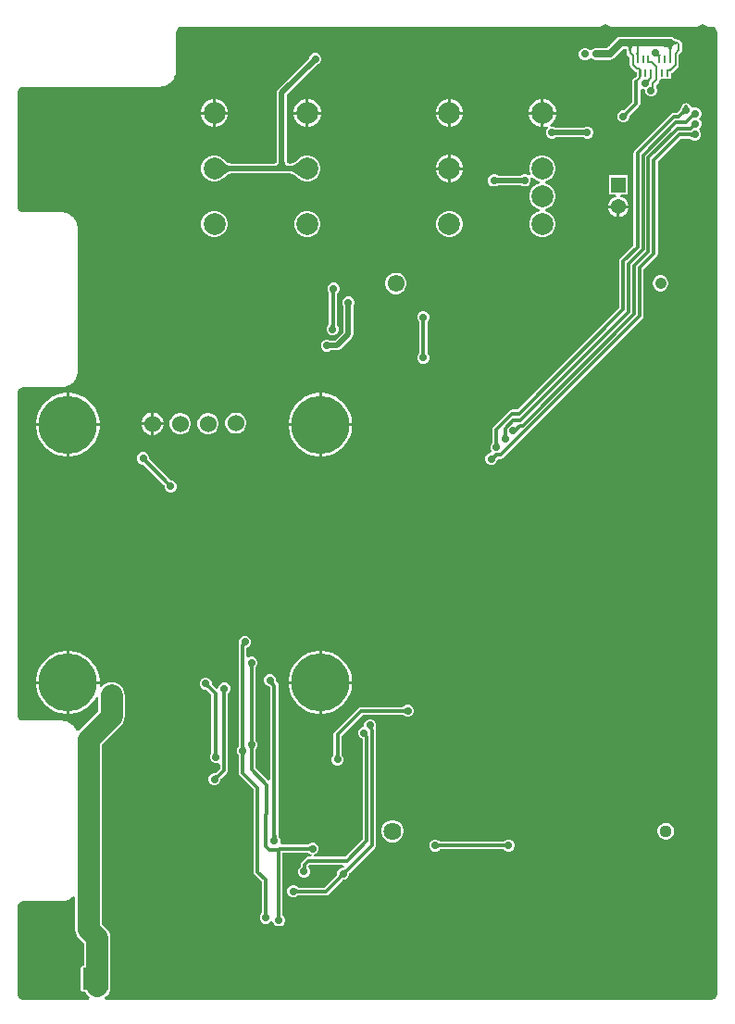
<source format=gbl>
G04*
G04 #@! TF.GenerationSoftware,Altium Limited,Altium Designer,21.8.1 (53)*
G04*
G04 Layer_Physical_Order=2*
G04 Layer_Color=16711680*
%FSLAX24Y24*%
%MOIN*%
G70*
G04*
G04 #@! TF.SameCoordinates,B3635B53-E57D-41D0-81A0-B41BD292B6FB*
G04*
G04*
G04 #@! TF.FilePolarity,Positive*
G04*
G01*
G75*
%ADD10C,0.0079*%
%ADD12C,0.0118*%
%ADD86C,0.0787*%
%ADD87C,0.0197*%
%ADD88C,0.0138*%
%ADD89C,0.0276*%
%ADD94R,0.0539X0.0539*%
%ADD95C,0.0539*%
%ADD96C,0.0610*%
%ADD97C,0.0413*%
%ADD98C,0.0787*%
%ADD99C,0.0640*%
%ADD100C,0.0440*%
%ADD101O,0.0386X0.0772*%
%ADD102O,0.0425X0.0850*%
%ADD103C,0.2087*%
%ADD104C,0.0600*%
%ADD105C,0.1969*%
%ADD106C,0.0276*%
%ADD107R,0.0098X0.0295*%
%ADD108R,0.0118X0.0295*%
G36*
X25216Y35232D02*
X25253Y35225D01*
X25288Y35210D01*
X25320Y35189D01*
X25347Y35162D01*
X25368Y35131D01*
X25382Y35096D01*
X25390Y35058D01*
Y35039D01*
X25390Y394D01*
Y375D01*
X25382Y337D01*
X25368Y302D01*
X25347Y271D01*
X25320Y244D01*
X25288Y223D01*
X25253Y208D01*
X25216Y201D01*
X25197D01*
X3366Y201D01*
X3339Y279D01*
X3408Y332D01*
X3484Y431D01*
X3505Y484D01*
X3521Y494D01*
X3539Y520D01*
X3545Y551D01*
Y650D01*
X3547Y669D01*
Y2417D01*
X3531Y2540D01*
X3484Y2655D01*
X3408Y2754D01*
X3232Y2929D01*
Y9370D01*
X3920Y10057D01*
X3995Y10155D01*
X4043Y10270D01*
X4059Y10394D01*
Y11142D01*
X4043Y11265D01*
X3995Y11380D01*
X3920Y11479D01*
X3821Y11554D01*
X3706Y11602D01*
X3583Y11618D01*
X3459Y11602D01*
X3344Y11554D01*
X3246Y11479D01*
X3217Y11441D01*
X3143Y11474D01*
X3151Y11528D01*
Y11568D01*
X2058D01*
Y10475D01*
X2098D01*
X2276Y10503D01*
X2447Y10559D01*
X2607Y10640D01*
X2753Y10746D01*
X2880Y10873D01*
X2986Y11019D01*
X3027Y11101D01*
X3106Y11082D01*
Y10591D01*
X2419Y9904D01*
X2401Y9880D01*
X2311Y9892D01*
X2304Y9908D01*
X2293Y9924D01*
X2286Y9943D01*
X2243Y10007D01*
X2229Y10021D01*
X2218Y10037D01*
X2163Y10092D01*
X2147Y10103D01*
X2133Y10117D01*
X2069Y10160D01*
X2050Y10167D01*
X2034Y10178D01*
X1963Y10208D01*
X1943Y10212D01*
X1925Y10219D01*
X1849Y10234D01*
X1835D01*
X1820Y10238D01*
X1781Y10240D01*
X1777Y10239D01*
X1772Y10240D01*
X375Y10240D01*
X337Y10247D01*
X302Y10262D01*
X271Y10283D01*
X244Y10310D01*
X223Y10342D01*
X208Y10377D01*
X201Y10414D01*
Y10433D01*
X201Y22047D01*
Y22066D01*
X208Y22104D01*
X223Y22139D01*
X244Y22170D01*
X271Y22197D01*
X302Y22218D01*
X337Y22233D01*
X375Y22240D01*
X1772D01*
X1777Y22241D01*
X1781Y22240D01*
X1820Y22242D01*
X1835Y22246D01*
X1849D01*
X1925Y22261D01*
X1943Y22269D01*
X1963Y22272D01*
X2034Y22302D01*
X2050Y22313D01*
X2069Y22321D01*
X2133Y22363D01*
X2147Y22377D01*
X2163Y22388D01*
X2218Y22443D01*
X2229Y22459D01*
X2243Y22473D01*
X2286Y22538D01*
X2293Y22556D01*
X2304Y22572D01*
X2334Y22644D01*
X2338Y22663D01*
X2345Y22681D01*
X2360Y22757D01*
Y22772D01*
X2364Y22786D01*
X2366Y22825D01*
X2365Y22830D01*
X2366Y22835D01*
X2366Y27953D01*
X2365Y27958D01*
X2366Y27963D01*
X2364Y28001D01*
X2360Y28016D01*
Y28031D01*
X2345Y28106D01*
X2338Y28124D01*
X2334Y28144D01*
X2304Y28215D01*
X2293Y28232D01*
X2286Y28250D01*
X2243Y28314D01*
X2229Y28328D01*
X2218Y28344D01*
X2163Y28399D01*
X2147Y28410D01*
X2133Y28424D01*
X2069Y28467D01*
X2050Y28474D01*
X2034Y28485D01*
X1963Y28515D01*
X1943Y28519D01*
X1925Y28526D01*
X1849Y28541D01*
X1835D01*
X1820Y28545D01*
X1781Y28547D01*
X1777Y28546D01*
X1772Y28547D01*
X375Y28547D01*
X337Y28555D01*
X302Y28569D01*
X271Y28590D01*
X244Y28617D01*
X223Y28649D01*
X208Y28684D01*
X201Y28721D01*
Y28740D01*
X201Y32874D01*
Y32893D01*
X208Y32930D01*
X223Y32965D01*
X244Y32997D01*
X271Y33024D01*
X302Y33045D01*
X337Y33060D01*
X375Y33067D01*
X394D01*
X5315Y33067D01*
X5320Y33068D01*
X5325Y33067D01*
X5363Y33069D01*
X5378Y33073D01*
X5393D01*
X5468Y33088D01*
X5487Y33095D01*
X5506Y33099D01*
X5577Y33129D01*
X5594Y33140D01*
X5612Y33147D01*
X5676Y33190D01*
X5690Y33204D01*
X5707Y33215D01*
X5761Y33270D01*
X5772Y33286D01*
X5786Y33300D01*
X5829Y33364D01*
X5837Y33383D01*
X5848Y33399D01*
X5877Y33470D01*
X5881Y33490D01*
X5889Y33508D01*
X5904Y33584D01*
Y33599D01*
X5907Y33613D01*
X5909Y33652D01*
X5908Y33657D01*
X5909Y33661D01*
Y35058D01*
X5917Y35096D01*
X5931Y35131D01*
X5952Y35162D01*
X5979Y35189D01*
X6011Y35210D01*
X6046Y35225D01*
X6083Y35232D01*
X6102D01*
X25197Y35232D01*
X25216D01*
D02*
G37*
G36*
X2269Y3901D02*
X2279Y3893D01*
Y2732D01*
X2296Y2608D01*
X2343Y2493D01*
X2419Y2395D01*
X2594Y2219D01*
Y1419D01*
X2559D01*
X2528Y1413D01*
X2502Y1395D01*
X2485Y1369D01*
X2479Y1339D01*
Y551D01*
X2485Y520D01*
X2502Y494D01*
X2528Y477D01*
X2559Y471D01*
X2642D01*
X2658Y431D01*
X2734Y332D01*
X2803Y279D01*
X2776Y201D01*
X375D01*
X337Y208D01*
X302Y223D01*
X271Y244D01*
X244Y271D01*
X223Y302D01*
X208Y337D01*
X201Y375D01*
Y3562D01*
X208Y3600D01*
X223Y3635D01*
X244Y3666D01*
X271Y3693D01*
X302Y3714D01*
X337Y3729D01*
X375Y3736D01*
X1772D01*
X1777Y3737D01*
X1781Y3737D01*
X1820Y3738D01*
X1835Y3742D01*
X1849D01*
X1925Y3757D01*
X1943Y3765D01*
X1963Y3769D01*
X2034Y3798D01*
X2050Y3809D01*
X2069Y3817D01*
X2133Y3859D01*
X2147Y3873D01*
X2163Y3884D01*
X2201Y3922D01*
X2269Y3901D01*
D02*
G37*
G36*
X3465Y551D02*
X2559D01*
Y1339D01*
X3465D01*
Y551D01*
D02*
G37*
%LPC*%
G36*
X23701Y34866D02*
X21932D01*
X21847Y34850D01*
X21776Y34802D01*
X21434Y34460D01*
X21047D01*
X21026Y34456D01*
X21004D01*
X20984Y34448D01*
X20963Y34443D01*
X20945Y34431D01*
X20925Y34423D01*
X20909Y34408D01*
X20891Y34395D01*
X20887Y34390D01*
X20863Y34381D01*
X20825Y34375D01*
X20789Y34387D01*
X20753Y34423D01*
X20673Y34456D01*
X20587D01*
X20507Y34423D01*
X20446Y34362D01*
X20413Y34282D01*
Y34196D01*
X20446Y34117D01*
X20507Y34056D01*
X20587Y34023D01*
X20673D01*
X20753Y34056D01*
X20789Y34092D01*
X20825Y34104D01*
X20863Y34098D01*
X20887Y34089D01*
X20891Y34083D01*
X20909Y34071D01*
X20925Y34056D01*
X20945Y34047D01*
X20963Y34035D01*
X20984Y34031D01*
X21004Y34023D01*
X21026D01*
X21047Y34019D01*
X21525D01*
X21610Y34035D01*
X21681Y34083D01*
X22023Y34425D01*
X22127D01*
X22131Y34407D01*
X22135Y34380D01*
X22139Y34315D01*
Y34276D01*
X22139Y34276D01*
X22148Y34230D01*
X22175Y34191D01*
X22242Y34123D01*
Y33852D01*
X22242Y33852D01*
X22251Y33806D01*
X22277Y33767D01*
X22419Y33625D01*
X22419Y33625D01*
X22458Y33599D01*
X22488Y33593D01*
Y33436D01*
X22442Y33390D01*
X22425Y33387D01*
X22380Y33356D01*
X22349Y33311D01*
X22338Y33257D01*
Y32518D01*
X22041Y32221D01*
X22036Y32217D01*
X22031Y32213D01*
X22026Y32211D01*
X22022Y32209D01*
X22018Y32208D01*
X22015Y32207D01*
X22013Y32207D01*
X22006Y32207D01*
X22000Y32205D01*
X21965D01*
X21885Y32172D01*
X21824Y32111D01*
X21791Y32032D01*
Y31945D01*
X21824Y31866D01*
X21885Y31805D01*
X21965Y31772D01*
X22051D01*
X22131Y31805D01*
X22191Y31866D01*
X22224Y31945D01*
Y31981D01*
X22226Y31987D01*
X22226Y31993D01*
X22227Y31996D01*
X22227Y31999D01*
X22228Y32003D01*
X22230Y32007D01*
X22233Y32012D01*
X22236Y32017D01*
X22240Y32022D01*
X22578Y32360D01*
X22609Y32406D01*
X22619Y32460D01*
Y32953D01*
X22698Y32999D01*
X22739Y32982D01*
X22778D01*
X22790Y32964D01*
Y32878D01*
X22823Y32799D01*
X22884Y32738D01*
X22963Y32705D01*
X23049D01*
X23129Y32738D01*
X23190Y32799D01*
X23223Y32878D01*
Y32964D01*
X23190Y33044D01*
X23182Y33052D01*
X23185Y33064D01*
Y33129D01*
X23284Y33228D01*
X23310Y33267D01*
X23319Y33313D01*
X23391Y33337D01*
X23730D01*
Y33551D01*
X23752Y33555D01*
X23791Y33581D01*
X23971Y33761D01*
X23997Y33800D01*
X24006Y33846D01*
Y34212D01*
X24101Y34307D01*
X24101Y34307D01*
X24127Y34346D01*
X24136Y34392D01*
Y34600D01*
X24136Y34600D01*
X24127Y34646D01*
X24101Y34685D01*
X24101Y34685D01*
X24055Y34731D01*
X24016Y34757D01*
X23970Y34766D01*
X23970Y34766D01*
X23955D01*
X23944Y34767D01*
X23931Y34770D01*
X23918Y34773D01*
X23905Y34778D01*
X23891Y34783D01*
X23877Y34790D01*
X23863Y34799D01*
X23848Y34808D01*
X23832Y34820D01*
X23825Y34823D01*
X23785Y34850D01*
X23701Y34866D01*
D02*
G37*
G36*
X19159Y32612D02*
X19144D01*
Y32168D01*
X19588D01*
Y32183D01*
X19555Y32309D01*
X19490Y32421D01*
X19398Y32513D01*
X19285Y32578D01*
X19159Y32612D01*
D02*
G37*
G36*
X19044D02*
X19029D01*
X18904Y32578D01*
X18791Y32513D01*
X18699Y32421D01*
X18634Y32309D01*
X18601Y32183D01*
Y32168D01*
X19044D01*
Y32612D01*
D02*
G37*
G36*
X7348D02*
X7333D01*
Y32168D01*
X7777D01*
Y32183D01*
X7744Y32309D01*
X7679Y32421D01*
X7587Y32513D01*
X7474Y32578D01*
X7348Y32612D01*
D02*
G37*
G36*
X7233D02*
X7218D01*
X7093Y32578D01*
X6980Y32513D01*
X6888Y32421D01*
X6823Y32309D01*
X6790Y32183D01*
Y32168D01*
X7233D01*
Y32612D01*
D02*
G37*
G36*
X15813Y32612D02*
X15798D01*
Y32168D01*
X16242D01*
Y32183D01*
X16208Y32309D01*
X16143Y32421D01*
X16051Y32513D01*
X15939Y32578D01*
X15813Y32612D01*
D02*
G37*
G36*
X15698D02*
X15683D01*
X15557Y32578D01*
X15445Y32513D01*
X15353Y32421D01*
X15288Y32309D01*
X15254Y32183D01*
Y32168D01*
X15698D01*
Y32612D01*
D02*
G37*
G36*
X10695D02*
X10680D01*
Y32168D01*
X11124D01*
Y32183D01*
X11090Y32309D01*
X11025Y32421D01*
X10933Y32513D01*
X10820Y32578D01*
X10695Y32612D01*
D02*
G37*
G36*
X10580D02*
X10565D01*
X10439Y32578D01*
X10327Y32513D01*
X10235Y32421D01*
X10170Y32309D01*
X10136Y32183D01*
Y32168D01*
X10580D01*
Y32612D01*
D02*
G37*
G36*
X19044Y32068D02*
X18601D01*
Y32053D01*
X18634Y31928D01*
X18699Y31815D01*
X18791Y31723D01*
X18904Y31658D01*
X19029Y31624D01*
X19044D01*
Y32068D01*
D02*
G37*
G36*
X7777Y32068D02*
X7333D01*
Y31624D01*
X7348D01*
X7474Y31658D01*
X7587Y31723D01*
X7679Y31815D01*
X7744Y31928D01*
X7777Y32053D01*
Y32068D01*
D02*
G37*
G36*
X7233D02*
X6790D01*
Y32053D01*
X6823Y31928D01*
X6888Y31815D01*
X6980Y31723D01*
X7093Y31658D01*
X7218Y31624D01*
X7233D01*
Y32068D01*
D02*
G37*
G36*
X16242Y32068D02*
X15798D01*
Y31624D01*
X15813D01*
X15939Y31658D01*
X16051Y31723D01*
X16143Y31815D01*
X16208Y31928D01*
X16242Y32053D01*
Y32068D01*
D02*
G37*
G36*
X15698D02*
X15254D01*
Y32053D01*
X15288Y31928D01*
X15353Y31815D01*
X15445Y31723D01*
X15557Y31658D01*
X15683Y31624D01*
X15698D01*
Y32068D01*
D02*
G37*
G36*
X11124Y32068D02*
X10680D01*
Y31624D01*
X10695D01*
X10820Y31658D01*
X10933Y31723D01*
X11025Y31815D01*
X11090Y31928D01*
X11124Y32053D01*
Y32068D01*
D02*
G37*
G36*
X10580D02*
X10136D01*
Y32053D01*
X10170Y31928D01*
X10235Y31815D01*
X10327Y31723D01*
X10439Y31658D01*
X10565Y31624D01*
X10580D01*
Y32068D01*
D02*
G37*
G36*
X19588Y32068D02*
X19144D01*
Y31624D01*
X19159D01*
X19267Y31653D01*
X19313Y31588D01*
X19265Y31540D01*
X19232Y31460D01*
Y31374D01*
X19265Y31295D01*
X19326Y31234D01*
X19406Y31201D01*
X19492D01*
X19571Y31234D01*
X19574Y31237D01*
X20583D01*
X20586Y31234D01*
X20666Y31201D01*
X20752D01*
X20831Y31234D01*
X20892Y31295D01*
X20925Y31374D01*
Y31460D01*
X20892Y31540D01*
X20831Y31601D01*
X20752Y31634D01*
X20666D01*
X20586Y31601D01*
X20583Y31598D01*
X19574D01*
X19571Y31601D01*
X19492Y31634D01*
X19406D01*
X19388Y31626D01*
X19353Y31697D01*
X19398Y31723D01*
X19490Y31815D01*
X19555Y31928D01*
X19588Y32053D01*
Y32068D01*
D02*
G37*
G36*
X24277Y32476D02*
X24223Y32465D01*
X24178Y32435D01*
X24118Y32375D01*
X24097Y32344D01*
X24093Y32340D01*
X24091Y32335D01*
X24088Y32330D01*
X24087Y32324D01*
X24060Y32260D01*
Y32253D01*
X24059Y32251D01*
X24057Y32246D01*
X24049Y32233D01*
X24045Y32228D01*
X24039Y32220D01*
X23949Y32131D01*
X23838D01*
X23784Y32120D01*
X23739Y32089D01*
X22420Y30771D01*
X22390Y30726D01*
X22379Y30672D01*
Y27350D01*
X21909Y26879D01*
X21878Y26834D01*
X21867Y26780D01*
Y25106D01*
X18201Y21440D01*
X18007D01*
X17953Y21429D01*
X17908Y21399D01*
X17342Y20832D01*
X17311Y20787D01*
X17300Y20733D01*
Y20267D01*
X17300Y20260D01*
X17298Y20254D01*
X17297Y20249D01*
X17295Y20245D01*
X17293Y20241D01*
X17292Y20239D01*
X17290Y20236D01*
X17286Y20232D01*
X17282Y20226D01*
X17257Y20201D01*
X17224Y20122D01*
Y20036D01*
X17257Y19956D01*
X17224Y19878D01*
X17218D01*
X17139Y19845D01*
X17078Y19784D01*
X17045Y19705D01*
Y19618D01*
X17078Y19539D01*
X17139Y19478D01*
X17218Y19445D01*
X17305D01*
X17384Y19478D01*
X17445Y19539D01*
X17478Y19618D01*
Y19626D01*
X17479Y19628D01*
X17481Y19632D01*
X17490Y19646D01*
X17493Y19651D01*
X17499Y19658D01*
X17504Y19663D01*
X17598D01*
X17652Y19673D01*
X17698Y19704D01*
X22698Y24704D01*
X22728Y24749D01*
X22739Y24803D01*
Y26477D01*
X23210Y26948D01*
X23240Y26993D01*
X23251Y27047D01*
Y30369D01*
X24082Y31201D01*
X24401D01*
X24407Y31200D01*
X24413Y31198D01*
X24418Y31197D01*
X24422Y31195D01*
X24424Y31194D01*
X24427Y31192D01*
X24429Y31191D01*
X24433Y31186D01*
X24439Y31182D01*
X24469Y31152D01*
X24549Y31119D01*
X24635D01*
X24715Y31152D01*
X24775Y31213D01*
X24808Y31293D01*
Y31379D01*
X24775Y31458D01*
X24758Y31476D01*
X24732Y31542D01*
X24758Y31578D01*
X24790Y31610D01*
X24823Y31689D01*
Y31775D01*
X24790Y31855D01*
X24735Y31909D01*
X24790Y31964D01*
X24823Y32044D01*
Y32130D01*
X24790Y32209D01*
X24729Y32270D01*
X24649Y32303D01*
X24563D01*
X24488Y32272D01*
X24460Y32340D01*
X24400Y32401D01*
X24399Y32401D01*
X24376Y32435D01*
X24331Y32465D01*
X24277Y32476D01*
D02*
G37*
G36*
X10968Y34272D02*
X10882D01*
X10803Y34239D01*
X10742Y34178D01*
X10709Y34098D01*
Y34094D01*
X9584Y32969D01*
X9545Y32911D01*
X9531Y32841D01*
Y30383D01*
X9527Y30362D01*
X9521Y30345D01*
X9515Y30332D01*
X9507Y30323D01*
X9497Y30315D01*
X9485Y30308D01*
X9467Y30302D01*
X9446Y30299D01*
X7874D01*
X7852Y30302D01*
X7827Y30309D01*
X7800Y30319D01*
X7773Y30332D01*
X7744Y30348D01*
X7716Y30368D01*
X7653Y30420D01*
X7621Y30451D01*
X7614Y30455D01*
X7574Y30496D01*
X7466Y30558D01*
X7346Y30591D01*
X7221D01*
X7101Y30558D01*
X6993Y30496D01*
X6905Y30408D01*
X6843Y30300D01*
X6811Y30180D01*
Y30056D01*
X6843Y29936D01*
X6905Y29828D01*
X6993Y29740D01*
X7101Y29678D01*
X7221Y29646D01*
X7346D01*
X7466Y29678D01*
X7574Y29740D01*
X7614Y29781D01*
X7621Y29785D01*
X7654Y29817D01*
X7685Y29844D01*
X7715Y29868D01*
X7744Y29888D01*
X7773Y29904D01*
X7800Y29917D01*
X7827Y29927D01*
X7852Y29934D01*
X7874Y29937D01*
X10040D01*
X10061Y29934D01*
X10087Y29927D01*
X10113Y29917D01*
X10140Y29904D01*
X10169Y29888D01*
X10197Y29869D01*
X10260Y29816D01*
X10293Y29785D01*
X10299Y29781D01*
X10340Y29740D01*
X10448Y29678D01*
X10568Y29646D01*
X10692D01*
X10812Y29678D01*
X10920Y29740D01*
X11008Y29828D01*
X11070Y29936D01*
X11102Y30056D01*
Y30180D01*
X11070Y30300D01*
X11008Y30408D01*
X10920Y30496D01*
X10812Y30558D01*
X10692Y30591D01*
X10568D01*
X10448Y30558D01*
X10340Y30496D01*
X10299Y30455D01*
X10293Y30451D01*
X10260Y30419D01*
X10229Y30392D01*
X10198Y30368D01*
X10169Y30348D01*
X10140Y30332D01*
X10113Y30319D01*
X10087Y30309D01*
X10061Y30302D01*
X10040Y30299D01*
X9977D01*
X9956Y30302D01*
X9938Y30308D01*
X9926Y30315D01*
X9916Y30323D01*
X9908Y30332D01*
X9902Y30345D01*
X9896Y30362D01*
X9892Y30383D01*
Y32767D01*
X10964Y33839D01*
X10968D01*
X11048Y33872D01*
X11109Y33932D01*
X11142Y34012D01*
Y34098D01*
X11109Y34178D01*
X11048Y34239D01*
X10968Y34272D01*
D02*
G37*
G36*
X15813Y30612D02*
X15798D01*
Y30168D01*
X16242D01*
Y30183D01*
X16208Y30309D01*
X16143Y30421D01*
X16051Y30513D01*
X15939Y30578D01*
X15813Y30612D01*
D02*
G37*
G36*
X15698D02*
X15683D01*
X15557Y30578D01*
X15445Y30513D01*
X15353Y30421D01*
X15288Y30309D01*
X15254Y30183D01*
Y30168D01*
X15698D01*
Y30612D01*
D02*
G37*
G36*
X19157Y30591D02*
X19032D01*
X18912Y30558D01*
X18804Y30496D01*
X18716Y30408D01*
X18654Y30300D01*
X18622Y30180D01*
Y30056D01*
X18654Y29936D01*
X18659Y29928D01*
X18645Y29851D01*
X18645Y29851D01*
X18645D01*
X18622Y29833D01*
X18621Y29835D01*
X18587Y29869D01*
X18508Y29902D01*
X18421D01*
X18342Y29869D01*
X18339Y29866D01*
X17488D01*
X17485Y29869D01*
X17405Y29902D01*
X17319D01*
X17240Y29869D01*
X17179Y29808D01*
X17146Y29728D01*
Y29642D01*
X17179Y29562D01*
X17240Y29501D01*
X17319Y29469D01*
X17405D01*
X17485Y29501D01*
X17488Y29504D01*
X18339D01*
X18342Y29501D01*
X18421Y29469D01*
X18508D01*
X18587Y29501D01*
X18648Y29562D01*
X18681Y29642D01*
Y29699D01*
X18681Y29728D01*
X18665Y29770D01*
X18691Y29787D01*
X18768Y29777D01*
X18804Y29740D01*
X18912Y29678D01*
X18983Y29659D01*
Y29577D01*
X18912Y29558D01*
X18804Y29496D01*
X18716Y29408D01*
X18654Y29300D01*
X18622Y29180D01*
Y29056D01*
X18654Y28936D01*
X18716Y28828D01*
X18804Y28740D01*
X18912Y28678D01*
X18983Y28659D01*
Y28577D01*
X18912Y28558D01*
X18804Y28496D01*
X18716Y28408D01*
X18654Y28300D01*
X18622Y28180D01*
Y28056D01*
X18654Y27936D01*
X18716Y27828D01*
X18804Y27740D01*
X18912Y27678D01*
X19032Y27646D01*
X19157D01*
X19277Y27678D01*
X19385Y27740D01*
X19473Y27828D01*
X19535Y27936D01*
X19567Y28056D01*
Y28180D01*
X19535Y28300D01*
X19473Y28408D01*
X19385Y28496D01*
X19277Y28558D01*
X19206Y28577D01*
Y28659D01*
X19277Y28678D01*
X19385Y28740D01*
X19473Y28828D01*
X19535Y28936D01*
X19567Y29056D01*
Y29180D01*
X19535Y29300D01*
X19473Y29408D01*
X19385Y29496D01*
X19277Y29558D01*
X19206Y29577D01*
Y29659D01*
X19277Y29678D01*
X19385Y29740D01*
X19473Y29828D01*
X19535Y29936D01*
X19567Y30056D01*
Y30180D01*
X19535Y30300D01*
X19473Y30408D01*
X19385Y30496D01*
X19277Y30558D01*
X19157Y30591D01*
D02*
G37*
G36*
X16242Y30068D02*
X15798D01*
Y29624D01*
X15813D01*
X15939Y29658D01*
X16051Y29723D01*
X16143Y29815D01*
X16208Y29928D01*
X16242Y30053D01*
Y30068D01*
D02*
G37*
G36*
X15698D02*
X15254D01*
Y30053D01*
X15288Y29928D01*
X15353Y29815D01*
X15445Y29723D01*
X15557Y29658D01*
X15683Y29624D01*
X15698D01*
Y30068D01*
D02*
G37*
G36*
X22179Y29876D02*
X21483D01*
Y29180D01*
X21739D01*
X21750Y29101D01*
X21688Y29084D01*
X21604Y29036D01*
X21535Y28967D01*
X21487Y28883D01*
X21462Y28790D01*
X21831D01*
X22200D01*
X22175Y28883D01*
X22126Y28967D01*
X22057Y29036D01*
X21973Y29084D01*
X21912Y29101D01*
X21922Y29180D01*
X22179D01*
Y29876D01*
D02*
G37*
G36*
X22200Y28690D02*
X21881D01*
Y28371D01*
X21973Y28396D01*
X22057Y28445D01*
X22126Y28513D01*
X22175Y28598D01*
X22200Y28690D01*
D02*
G37*
G36*
X21781D02*
X21462D01*
X21487Y28598D01*
X21535Y28513D01*
X21604Y28445D01*
X21688Y28396D01*
X21781Y28371D01*
Y28690D01*
D02*
G37*
G36*
X7346Y28591D02*
X7221D01*
X7101Y28558D01*
X6993Y28496D01*
X6905Y28408D01*
X6843Y28300D01*
X6811Y28180D01*
Y28056D01*
X6843Y27936D01*
X6905Y27828D01*
X6993Y27740D01*
X7101Y27678D01*
X7221Y27646D01*
X7346D01*
X7466Y27678D01*
X7574Y27740D01*
X7662Y27828D01*
X7724Y27936D01*
X7756Y28056D01*
Y28180D01*
X7724Y28300D01*
X7662Y28408D01*
X7574Y28496D01*
X7466Y28558D01*
X7346Y28591D01*
D02*
G37*
G36*
X15810Y28591D02*
X15686D01*
X15566Y28558D01*
X15458Y28496D01*
X15370Y28408D01*
X15308Y28300D01*
X15276Y28180D01*
Y28056D01*
X15308Y27936D01*
X15370Y27828D01*
X15458Y27740D01*
X15566Y27678D01*
X15686Y27646D01*
X15810D01*
X15930Y27678D01*
X16038Y27740D01*
X16126Y27828D01*
X16188Y27936D01*
X16220Y28056D01*
Y28180D01*
X16188Y28300D01*
X16126Y28408D01*
X16038Y28496D01*
X15930Y28558D01*
X15810Y28591D01*
D02*
G37*
G36*
X10692D02*
X10568D01*
X10448Y28558D01*
X10340Y28496D01*
X10252Y28408D01*
X10190Y28300D01*
X10157Y28180D01*
Y28056D01*
X10190Y27936D01*
X10252Y27828D01*
X10340Y27740D01*
X10448Y27678D01*
X10568Y27646D01*
X10692D01*
X10812Y27678D01*
X10920Y27740D01*
X11008Y27828D01*
X11070Y27936D01*
X11102Y28056D01*
Y28180D01*
X11070Y28300D01*
X11008Y28408D01*
X10920Y28496D01*
X10812Y28558D01*
X10692Y28591D01*
D02*
G37*
G36*
X23387Y26270D02*
X23312D01*
X23240Y26250D01*
X23175Y26213D01*
X23122Y26160D01*
X23084Y26095D01*
X23064Y26022D01*
Y25947D01*
X23084Y25874D01*
X23122Y25809D01*
X23175Y25756D01*
X23240Y25718D01*
X23312Y25699D01*
X23387D01*
X23460Y25718D01*
X23525Y25756D01*
X23578Y25809D01*
X23616Y25874D01*
X23635Y25947D01*
Y26022D01*
X23616Y26095D01*
X23578Y26160D01*
X23525Y26213D01*
X23460Y26250D01*
X23387Y26270D01*
D02*
G37*
G36*
X13873Y26368D02*
X13772D01*
X13674Y26342D01*
X13587Y26292D01*
X13515Y26220D01*
X13465Y26133D01*
X13439Y26035D01*
Y25934D01*
X13465Y25836D01*
X13515Y25749D01*
X13587Y25677D01*
X13674Y25627D01*
X13772Y25601D01*
X13873D01*
X13971Y25627D01*
X14058Y25677D01*
X14130Y25749D01*
X14180Y25836D01*
X14206Y25934D01*
Y26035D01*
X14180Y26133D01*
X14130Y26220D01*
X14058Y26292D01*
X13971Y26342D01*
X13873Y26368D01*
D02*
G37*
G36*
X11618Y26004D02*
X11532D01*
X11452Y25971D01*
X11391Y25910D01*
X11358Y25830D01*
Y25744D01*
X11391Y25665D01*
X11402Y25654D01*
X11403Y25652D01*
X11405Y25649D01*
X11407Y25645D01*
X11409Y25640D01*
X11411Y25634D01*
X11413Y25628D01*
X11414Y25621D01*
X11415Y25611D01*
Y24528D01*
X11414Y24522D01*
X11412Y24517D01*
X11411Y24513D01*
X11410Y24512D01*
X11352Y24453D01*
X11319Y24374D01*
Y24288D01*
X11352Y24208D01*
X11413Y24147D01*
X11492Y24114D01*
X11579D01*
X11658Y24147D01*
X11719Y24208D01*
X11752Y24288D01*
Y24374D01*
X11719Y24453D01*
X11708Y24465D01*
X11707Y24466D01*
X11705Y24469D01*
X11703Y24473D01*
X11701Y24478D01*
X11699Y24484D01*
X11698Y24490D01*
X11697Y24497D01*
X11696Y24507D01*
Y25590D01*
X11697Y25596D01*
X11698Y25601D01*
X11699Y25605D01*
X11700Y25606D01*
X11758Y25665D01*
X11791Y25744D01*
Y25830D01*
X11758Y25910D01*
X11697Y25971D01*
X11618Y26004D01*
D02*
G37*
G36*
X12154Y25503D02*
X12068D01*
X11988Y25470D01*
X11927Y25409D01*
X11894Y25329D01*
Y25243D01*
X11927Y25164D01*
X11930Y25161D01*
Y24224D01*
X11636Y23931D01*
X11464D01*
X11461Y23934D01*
X11382Y23967D01*
X11296D01*
X11216Y23934D01*
X11155Y23873D01*
X11122Y23793D01*
Y23707D01*
X11155Y23627D01*
X11216Y23566D01*
X11296Y23533D01*
X11382D01*
X11461Y23566D01*
X11464Y23569D01*
X11711D01*
X11780Y23583D01*
X11839Y23622D01*
X12239Y24022D01*
X12278Y24081D01*
X12292Y24150D01*
Y25161D01*
X12294Y25164D01*
X12327Y25243D01*
Y25329D01*
X12294Y25409D01*
X12234Y25470D01*
X12154Y25503D01*
D02*
G37*
G36*
X14846Y24980D02*
X14760D01*
X14680Y24947D01*
X14620Y24886D01*
X14587Y24807D01*
Y24721D01*
X14620Y24641D01*
X14644Y24617D01*
X14647Y24612D01*
X14648Y24611D01*
X14649Y24609D01*
X14650Y24605D01*
X14651Y24600D01*
X14652Y24593D01*
X14653Y24586D01*
Y23482D01*
X14652Y23478D01*
X14651Y23471D01*
X14650Y23466D01*
X14649Y23462D01*
X14648Y23460D01*
X14647Y23459D01*
X14644Y23454D01*
X14620Y23430D01*
X14587Y23350D01*
Y23264D01*
X14620Y23184D01*
X14680Y23124D01*
X14760Y23091D01*
X14846D01*
X14926Y23124D01*
X14987Y23184D01*
X15020Y23264D01*
Y23350D01*
X14987Y23430D01*
X14962Y23454D01*
X14960Y23459D01*
X14958Y23460D01*
X14958Y23462D01*
X14957Y23466D01*
X14955Y23471D01*
X14954Y23477D01*
X14954Y23485D01*
Y24588D01*
X14954Y24593D01*
X14955Y24600D01*
X14957Y24605D01*
X14958Y24609D01*
X14958Y24611D01*
X14960Y24612D01*
X14962Y24617D01*
X14987Y24641D01*
X15020Y24721D01*
Y24807D01*
X14987Y24886D01*
X14926Y24947D01*
X14846Y24980D01*
D02*
G37*
G36*
X5110Y21332D02*
X5107D01*
Y20982D01*
X5457D01*
Y20985D01*
X5430Y21086D01*
X5377Y21177D01*
X5303Y21252D01*
X5212Y21305D01*
X5110Y21332D01*
D02*
G37*
G36*
X5007D02*
X5004D01*
X4903Y21305D01*
X4812Y21252D01*
X4737Y21177D01*
X4684Y21086D01*
X4657Y20985D01*
Y20982D01*
X5007D01*
Y21332D01*
D02*
G37*
G36*
X11192Y22037D02*
X11152D01*
Y20944D01*
X12246D01*
Y20984D01*
X12218Y21161D01*
X12162Y21333D01*
X12080Y21493D01*
X11974Y21639D01*
X11847Y21766D01*
X11702Y21872D01*
X11541Y21953D01*
X11370Y22009D01*
X11192Y22037D01*
D02*
G37*
G36*
X11052D02*
X11012D01*
X10835Y22009D01*
X10663Y21953D01*
X10503Y21872D01*
X10358Y21766D01*
X10230Y21639D01*
X10125Y21493D01*
X10043Y21333D01*
X9987Y21161D01*
X9959Y20984D01*
Y20944D01*
X11052D01*
Y22037D01*
D02*
G37*
G36*
X2098D02*
X2058D01*
Y20944D01*
X3151D01*
Y20984D01*
X3123Y21161D01*
X3067Y21333D01*
X2986Y21493D01*
X2880Y21639D01*
X2753Y21766D01*
X2607Y21872D01*
X2447Y21953D01*
X2276Y22009D01*
X2098Y22037D01*
D02*
G37*
G36*
X1958D02*
X1918D01*
X1740Y22009D01*
X1569Y21953D01*
X1409Y21872D01*
X1263Y21766D01*
X1136Y21639D01*
X1030Y21493D01*
X948Y21333D01*
X893Y21161D01*
X865Y20984D01*
Y20944D01*
X1958D01*
Y22037D01*
D02*
G37*
G36*
X8107Y21332D02*
X8007D01*
X7911Y21306D01*
X7825Y21256D01*
X7754Y21186D01*
X7704Y21099D01*
X7678Y21003D01*
Y20903D01*
X7704Y20807D01*
X7754Y20721D01*
X7825Y20650D01*
X7911Y20600D01*
X8007Y20574D01*
X8107D01*
X8203Y20600D01*
X8290Y20650D01*
X8360Y20721D01*
X8410Y20807D01*
X8436Y20903D01*
Y21003D01*
X8410Y21099D01*
X8360Y21186D01*
X8290Y21256D01*
X8203Y21306D01*
X8107Y21332D01*
D02*
G37*
G36*
X7107Y21311D02*
X7007D01*
X6911Y21285D01*
X6825Y21235D01*
X6754Y21164D01*
X6704Y21078D01*
X6678Y20982D01*
Y20882D01*
X6704Y20786D01*
X6754Y20699D01*
X6825Y20629D01*
X6911Y20579D01*
X7007Y20553D01*
X7107D01*
X7203Y20579D01*
X7290Y20629D01*
X7360Y20699D01*
X7410Y20786D01*
X7436Y20882D01*
Y20982D01*
X7410Y21078D01*
X7360Y21164D01*
X7290Y21235D01*
X7203Y21285D01*
X7107Y21311D01*
D02*
G37*
G36*
X6107D02*
X6007D01*
X5911Y21285D01*
X5825Y21235D01*
X5754Y21164D01*
X5704Y21078D01*
X5678Y20982D01*
Y20882D01*
X5704Y20786D01*
X5754Y20699D01*
X5825Y20629D01*
X5911Y20579D01*
X6007Y20553D01*
X6107D01*
X6203Y20579D01*
X6290Y20629D01*
X6360Y20699D01*
X6410Y20786D01*
X6436Y20882D01*
Y20982D01*
X6410Y21078D01*
X6360Y21164D01*
X6290Y21235D01*
X6203Y21285D01*
X6107Y21311D01*
D02*
G37*
G36*
X5457Y20882D02*
X5107D01*
Y20532D01*
X5110D01*
X5212Y20559D01*
X5303Y20612D01*
X5377Y20686D01*
X5430Y20777D01*
X5457Y20879D01*
Y20882D01*
D02*
G37*
G36*
X5007D02*
X4657D01*
Y20879D01*
X4684Y20777D01*
X4737Y20686D01*
X4812Y20612D01*
X4903Y20559D01*
X5004Y20532D01*
X5007D01*
Y20882D01*
D02*
G37*
G36*
X12246Y20844D02*
X11152D01*
Y19750D01*
X11192D01*
X11370Y19779D01*
X11541Y19834D01*
X11702Y19916D01*
X11847Y20022D01*
X11974Y20149D01*
X12080Y20294D01*
X12162Y20455D01*
X12218Y20626D01*
X12246Y20804D01*
Y20844D01*
D02*
G37*
G36*
X11052D02*
X9959D01*
Y20804D01*
X9987Y20626D01*
X10043Y20455D01*
X10125Y20294D01*
X10230Y20149D01*
X10358Y20022D01*
X10503Y19916D01*
X10663Y19834D01*
X10835Y19779D01*
X11012Y19750D01*
X11052D01*
Y20844D01*
D02*
G37*
G36*
X3151D02*
X2058D01*
Y19750D01*
X2098D01*
X2276Y19779D01*
X2447Y19834D01*
X2607Y19916D01*
X2753Y20022D01*
X2880Y20149D01*
X2986Y20294D01*
X3067Y20455D01*
X3123Y20626D01*
X3151Y20804D01*
Y20844D01*
D02*
G37*
G36*
X1958D02*
X865D01*
Y20804D01*
X893Y20626D01*
X948Y20455D01*
X1030Y20294D01*
X1136Y20149D01*
X1263Y20022D01*
X1409Y19916D01*
X1569Y19834D01*
X1740Y19779D01*
X1918Y19750D01*
X1958D01*
Y20844D01*
D02*
G37*
G36*
X4767Y19902D02*
X4681D01*
X4602Y19869D01*
X4541Y19808D01*
X4508Y19728D01*
Y19642D01*
X4541Y19562D01*
X4602Y19501D01*
X4681Y19468D01*
X4704D01*
X4706Y19468D01*
X4712Y19467D01*
X4716Y19466D01*
X4720Y19465D01*
X4724Y19464D01*
X4729Y19461D01*
X4734Y19458D01*
X4739Y19455D01*
X4747Y19448D01*
X5480Y18715D01*
X5484Y18710D01*
X5487Y18705D01*
X5489Y18701D01*
X5490Y18698D01*
X5491Y18695D01*
X5491Y18693D01*
X5491Y18691D01*
X5491Y18685D01*
X5492Y18679D01*
Y18627D01*
X5525Y18547D01*
X5586Y18486D01*
X5666Y18453D01*
X5752D01*
X5831Y18486D01*
X5892Y18547D01*
X5925Y18627D01*
Y18713D01*
X5892Y18793D01*
X5831Y18853D01*
X5752Y18886D01*
X5730D01*
X5727Y18887D01*
X5721Y18888D01*
X5717Y18889D01*
X5714Y18890D01*
X5709Y18891D01*
X5704Y18894D01*
X5699Y18897D01*
X5694Y18900D01*
X5686Y18907D01*
X4953Y19640D01*
X4949Y19645D01*
X4946Y19650D01*
X4944Y19654D01*
X4943Y19657D01*
X4942Y19660D01*
X4942Y19662D01*
X4942Y19664D01*
X4942Y19670D01*
X4941Y19676D01*
Y19728D01*
X4908Y19808D01*
X4847Y19869D01*
X4767Y19902D01*
D02*
G37*
G36*
X11192Y12761D02*
X11152D01*
Y11668D01*
X12246D01*
Y11708D01*
X12218Y11886D01*
X12162Y12057D01*
X12080Y12217D01*
X11974Y12363D01*
X11847Y12490D01*
X11702Y12596D01*
X11541Y12678D01*
X11370Y12733D01*
X11192Y12761D01*
D02*
G37*
G36*
X11052D02*
X11012D01*
X10835Y12733D01*
X10663Y12678D01*
X10503Y12596D01*
X10358Y12490D01*
X10230Y12363D01*
X10125Y12217D01*
X10043Y12057D01*
X9987Y11886D01*
X9959Y11708D01*
Y11668D01*
X11052D01*
Y12761D01*
D02*
G37*
G36*
X2098D02*
X2058D01*
Y11668D01*
X3151D01*
Y11708D01*
X3123Y11886D01*
X3067Y12057D01*
X2986Y12217D01*
X2880Y12363D01*
X2753Y12490D01*
X2607Y12596D01*
X2447Y12678D01*
X2276Y12733D01*
X2098Y12761D01*
D02*
G37*
G36*
X1958D02*
X1918D01*
X1740Y12733D01*
X1569Y12678D01*
X1409Y12596D01*
X1263Y12490D01*
X1136Y12363D01*
X1030Y12217D01*
X948Y12057D01*
X893Y11886D01*
X865Y11708D01*
Y11668D01*
X1958D01*
Y12761D01*
D02*
G37*
G36*
X12246Y11568D02*
X11152D01*
Y10475D01*
X11192D01*
X11370Y10503D01*
X11541Y10559D01*
X11702Y10640D01*
X11847Y10746D01*
X11974Y10873D01*
X12080Y11019D01*
X12162Y11179D01*
X12218Y11350D01*
X12246Y11528D01*
Y11568D01*
D02*
G37*
G36*
X11052D02*
X9959D01*
Y11528D01*
X9987Y11350D01*
X10043Y11179D01*
X10125Y11019D01*
X10230Y10873D01*
X10358Y10746D01*
X10503Y10640D01*
X10663Y10559D01*
X10835Y10503D01*
X11012Y10475D01*
X11052D01*
Y11568D01*
D02*
G37*
G36*
X1958D02*
X865D01*
Y11528D01*
X893Y11350D01*
X948Y11179D01*
X1030Y11019D01*
X1136Y10873D01*
X1263Y10746D01*
X1409Y10640D01*
X1569Y10559D01*
X1740Y10503D01*
X1918Y10475D01*
X1958D01*
Y11568D01*
D02*
G37*
G36*
X14295Y10807D02*
X14209D01*
X14129Y10774D01*
X14104Y10749D01*
X14099Y10746D01*
X14094Y10742D01*
X14092Y10740D01*
X14089Y10738D01*
X14086Y10737D01*
X14082Y10735D01*
X14077Y10733D01*
X14070Y10732D01*
X14064Y10731D01*
X12559D01*
X12505Y10720D01*
X12460Y10690D01*
X11621Y9851D01*
X11591Y9806D01*
X11580Y9752D01*
Y9028D01*
X11579Y9022D01*
X11578Y9016D01*
X11576Y9011D01*
X11574Y9006D01*
X11573Y9003D01*
X11571Y9000D01*
X11569Y8998D01*
X11565Y8993D01*
X11562Y8988D01*
X11537Y8963D01*
X11504Y8884D01*
Y8797D01*
X11537Y8718D01*
X11598Y8657D01*
X11677Y8624D01*
X11764D01*
X11843Y8657D01*
X11904Y8718D01*
X11937Y8797D01*
Y8884D01*
X11904Y8963D01*
X11879Y8988D01*
X11876Y8993D01*
X11871Y8998D01*
X11870Y9000D01*
X11868Y9003D01*
X11866Y9006D01*
X11865Y9011D01*
X11863Y9016D01*
X11862Y9022D01*
X11861Y9028D01*
Y9694D01*
X12617Y10450D01*
X14064D01*
X14070Y10449D01*
X14077Y10448D01*
X14082Y10446D01*
X14086Y10445D01*
X14089Y10443D01*
X14092Y10441D01*
X14094Y10440D01*
X14099Y10435D01*
X14104Y10432D01*
X14129Y10407D01*
X14209Y10374D01*
X14295D01*
X14375Y10407D01*
X14436Y10468D01*
X14468Y10547D01*
Y10634D01*
X14436Y10713D01*
X14375Y10774D01*
X14295Y10807D01*
D02*
G37*
G36*
X7012Y11791D02*
X6925D01*
X6846Y11758D01*
X6785Y11697D01*
X6752Y11618D01*
Y11532D01*
X6785Y11452D01*
X6846Y11391D01*
X6925Y11358D01*
X6961D01*
X6967Y11357D01*
X6973Y11357D01*
X6976Y11356D01*
X6979Y11355D01*
X6983Y11354D01*
X6987Y11352D01*
X6991Y11350D01*
X6997Y11346D01*
X7002Y11343D01*
X7182Y11162D01*
Y9103D01*
X7182Y9097D01*
X7180Y9090D01*
X7179Y9083D01*
X7177Y9078D01*
X7175Y9073D01*
X7173Y9069D01*
X7171Y9066D01*
X7169Y9062D01*
X7157Y9050D01*
X7124Y8971D01*
Y8885D01*
X7157Y8805D01*
X7218Y8744D01*
X7297Y8711D01*
X7383D01*
X7405Y8720D01*
X7484Y8668D01*
Y8519D01*
X7327Y8362D01*
X7322Y8358D01*
X7316Y8355D01*
X7312Y8352D01*
X7307Y8350D01*
X7304Y8349D01*
X7301Y8349D01*
X7298Y8348D01*
X7292Y8348D01*
X7285Y8346D01*
X7250D01*
X7171Y8313D01*
X7110Y8253D01*
X7077Y8173D01*
Y8087D01*
X7110Y8007D01*
X7171Y7946D01*
X7250Y7913D01*
X7336D01*
X7416Y7946D01*
X7477Y8007D01*
X7510Y8087D01*
Y8122D01*
X7511Y8128D01*
X7512Y8135D01*
X7512Y8137D01*
X7513Y8140D01*
X7514Y8144D01*
X7516Y8148D01*
X7518Y8153D01*
X7522Y8158D01*
X7526Y8163D01*
X7724Y8361D01*
X7754Y8407D01*
X7765Y8461D01*
Y11201D01*
X7766Y11207D01*
X7767Y11212D01*
X7768Y11216D01*
X7770Y11219D01*
X7770Y11220D01*
X7777Y11227D01*
X7777Y11227D01*
X7777Y11227D01*
X7825Y11275D01*
X7858Y11355D01*
Y11441D01*
X7825Y11520D01*
X7764Y11581D01*
X7685Y11614D01*
X7598D01*
X7519Y11581D01*
X7458Y11520D01*
X7425Y11441D01*
Y11428D01*
X7346Y11396D01*
X7201Y11541D01*
X7197Y11546D01*
X7193Y11552D01*
X7191Y11557D01*
X7189Y11561D01*
X7188Y11564D01*
X7187Y11567D01*
X7187Y11570D01*
X7187Y11577D01*
X7185Y11583D01*
Y11618D01*
X7152Y11697D01*
X7091Y11758D01*
X7012Y11791D01*
D02*
G37*
G36*
X23583Y6559D02*
X23504D01*
X23428Y6538D01*
X23360Y6499D01*
X23304Y6443D01*
X23265Y6375D01*
X23244Y6299D01*
Y6221D01*
X23265Y6145D01*
X23304Y6076D01*
X23360Y6021D01*
X23428Y5981D01*
X23504Y5961D01*
X23583D01*
X23659Y5981D01*
X23727Y6021D01*
X23782Y6076D01*
X23822Y6145D01*
X23842Y6221D01*
Y6299D01*
X23822Y6375D01*
X23782Y6443D01*
X23727Y6499D01*
X23659Y6538D01*
X23583Y6559D01*
D02*
G37*
G36*
X17917Y5965D02*
X17831D01*
X17751Y5932D01*
X17727Y5907D01*
X17721Y5903D01*
X17716Y5899D01*
X17714Y5897D01*
X17711Y5896D01*
X17708Y5894D01*
X17704Y5892D01*
X17699Y5891D01*
X17692Y5889D01*
X17686Y5889D01*
X15424D01*
X15418Y5889D01*
X15412Y5891D01*
X15406Y5892D01*
X15402Y5894D01*
X15399Y5896D01*
X15396Y5897D01*
X15394Y5899D01*
X15389Y5903D01*
X15384Y5907D01*
X15359Y5932D01*
X15279Y5965D01*
X15193D01*
X15114Y5932D01*
X15053Y5871D01*
X15020Y5791D01*
Y5705D01*
X15053Y5625D01*
X15114Y5564D01*
X15193Y5531D01*
X15279D01*
X15359Y5564D01*
X15384Y5589D01*
X15389Y5593D01*
X15394Y5597D01*
X15396Y5599D01*
X15399Y5600D01*
X15402Y5602D01*
X15406Y5604D01*
X15412Y5605D01*
X15418Y5607D01*
X15424Y5608D01*
X17686D01*
X17692Y5607D01*
X17699Y5605D01*
X17704Y5604D01*
X17708Y5602D01*
X17711Y5600D01*
X17714Y5599D01*
X17716Y5597D01*
X17721Y5593D01*
X17727Y5589D01*
X17751Y5564D01*
X17831Y5531D01*
X17917D01*
X17997Y5564D01*
X18058Y5625D01*
X18091Y5705D01*
Y5791D01*
X18058Y5871D01*
X17997Y5932D01*
X17917Y5965D01*
D02*
G37*
G36*
X13753Y6659D02*
X13648D01*
X13547Y6631D01*
X13456Y6579D01*
X13382Y6505D01*
X13329Y6414D01*
X13302Y6312D01*
Y6207D01*
X13329Y6106D01*
X13382Y6015D01*
X13456Y5941D01*
X13547Y5888D01*
X13648Y5861D01*
X13753D01*
X13855Y5888D01*
X13946Y5941D01*
X14020Y6015D01*
X14072Y6106D01*
X14100Y6207D01*
Y6312D01*
X14072Y6414D01*
X14020Y6505D01*
X13946Y6579D01*
X13855Y6631D01*
X13753Y6659D01*
D02*
G37*
G36*
X8429Y13287D02*
X8343D01*
X8263Y13254D01*
X8202Y13194D01*
X8169Y13114D01*
Y13028D01*
X8179Y13004D01*
X8168Y12951D01*
Y9341D01*
X8167Y9335D01*
X8166Y9329D01*
X8165Y9324D01*
X8163Y9319D01*
X8161Y9316D01*
X8160Y9313D01*
X8158Y9311D01*
X8154Y9306D01*
X8150Y9301D01*
X8125Y9276D01*
X8092Y9197D01*
Y9110D01*
X8125Y9031D01*
X8150Y9006D01*
X8154Y9001D01*
X8158Y8996D01*
X8160Y8994D01*
X8161Y8991D01*
X8163Y8988D01*
X8165Y8983D01*
X8166Y8978D01*
X8167Y8972D01*
X8168Y8966D01*
Y8364D01*
X8179Y8311D01*
X8210Y8265D01*
X8703Y7772D01*
Y4796D01*
X8714Y4742D01*
X8744Y4696D01*
X8993Y4447D01*
Y3338D01*
X8992Y3331D01*
X8991Y3325D01*
X8989Y3320D01*
X8988Y3316D01*
X8986Y3312D01*
X8985Y3309D01*
X8983Y3307D01*
X8978Y3303D01*
X8975Y3297D01*
X8950Y3272D01*
X8917Y3193D01*
Y3107D01*
X8950Y3027D01*
X9011Y2966D01*
X9091Y2933D01*
X9177D01*
X9257Y2966D01*
X9305Y3014D01*
X9352Y3011D01*
X9358Y3009D01*
X9389Y2996D01*
X9417Y2929D01*
X9478Y2868D01*
X9557Y2835D01*
X9643D01*
X9723Y2868D01*
X9784Y2929D01*
X9817Y3008D01*
Y3094D01*
X9784Y3174D01*
X9759Y3199D01*
X9756Y3204D01*
X9751Y3209D01*
X9750Y3211D01*
X9748Y3214D01*
X9746Y3217D01*
X9745Y3221D01*
X9743Y3226D01*
X9742Y3233D01*
X9741Y3239D01*
Y5489D01*
X10639D01*
X10645Y5488D01*
X10651Y5487D01*
X10657Y5486D01*
X10661Y5484D01*
X10664Y5482D01*
X10667Y5481D01*
X10669Y5479D01*
X10674Y5475D01*
X10679Y5471D01*
X10704Y5446D01*
X10784Y5413D01*
X10777Y5337D01*
X10669D01*
X10616Y5327D01*
X10570Y5296D01*
X10441Y5167D01*
X10410Y5121D01*
X10399Y5068D01*
Y5003D01*
X10399Y4998D01*
X10397Y4994D01*
X10396Y4991D01*
X10396Y4990D01*
X10387Y4987D01*
X10326Y4926D01*
X10293Y4846D01*
Y4760D01*
X10326Y4680D01*
X10387Y4620D01*
X10467Y4587D01*
X10553D01*
X10632Y4620D01*
X10693Y4680D01*
X10726Y4760D01*
Y4846D01*
X10693Y4926D01*
X10688Y4931D01*
X10687Y4933D01*
X10686Y4938D01*
X10682Y4953D01*
X10681Y4960D01*
X10680Y4969D01*
Y5009D01*
X10727Y5056D01*
X11905D01*
X11951Y4985D01*
X11952Y4978D01*
X11936Y4959D01*
X11917Y4941D01*
X11886D01*
X11806Y4908D01*
X11746Y4847D01*
X11713Y4767D01*
Y4732D01*
X11711Y4726D01*
X11711Y4720D01*
X11710Y4717D01*
X11710Y4714D01*
X11709Y4710D01*
X11707Y4706D01*
X11704Y4701D01*
X11701Y4696D01*
X11697Y4691D01*
X11239Y4233D01*
X10315D01*
X10309Y4234D01*
X10303Y4235D01*
X10297Y4236D01*
X10293Y4238D01*
X10290Y4240D01*
X10287Y4241D01*
X10285Y4243D01*
X10280Y4248D01*
X10275Y4251D01*
X10250Y4276D01*
X10170Y4309D01*
X10084D01*
X10005Y4276D01*
X9944Y4215D01*
X9911Y4135D01*
Y4049D01*
X9944Y3969D01*
X10005Y3909D01*
X10084Y3876D01*
X10170D01*
X10250Y3909D01*
X10275Y3933D01*
X10280Y3937D01*
X10285Y3941D01*
X10287Y3943D01*
X10290Y3944D01*
X10293Y3946D01*
X10297Y3948D01*
X10303Y3949D01*
X10309Y3951D01*
X10315Y3952D01*
X11297D01*
X11351Y3962D01*
X11396Y3993D01*
X11896Y4492D01*
X11901Y4496D01*
X11906Y4499D01*
X11911Y4502D01*
X11915Y4504D01*
X11919Y4505D01*
X11922Y4506D01*
X11924Y4506D01*
X11931Y4506D01*
X11937Y4508D01*
X11972D01*
X12052Y4541D01*
X12113Y4602D01*
X12146Y4681D01*
Y4717D01*
X12147Y4723D01*
X12147Y4729D01*
X12148Y4732D01*
X12148Y4735D01*
X12150Y4738D01*
X12151Y4743D01*
X12154Y4747D01*
X12158Y4753D01*
X12161Y4758D01*
X13068Y5664D01*
X13098Y5710D01*
X13109Y5764D01*
Y9897D01*
X13098Y9951D01*
X13087Y9968D01*
X13114Y10033D01*
Y10119D01*
X13081Y10199D01*
X13020Y10260D01*
X12941Y10293D01*
X12855D01*
X12775Y10260D01*
X12714Y10199D01*
X12681Y10119D01*
Y10033D01*
X12669Y10015D01*
X12634D01*
X12555Y9983D01*
X12494Y9922D01*
X12461Y9842D01*
Y9756D01*
X12494Y9676D01*
X12555Y9615D01*
X12631Y9584D01*
Y5968D01*
X12001Y5337D01*
X10876D01*
X10870Y5413D01*
X10949Y5446D01*
X11010Y5507D01*
X11043Y5587D01*
Y5673D01*
X11010Y5753D01*
X10949Y5813D01*
X10870Y5846D01*
X10784D01*
X10704Y5813D01*
X10679Y5789D01*
X10674Y5785D01*
X10669Y5781D01*
X10667Y5779D01*
X10664Y5778D01*
X10661Y5776D01*
X10657Y5774D01*
X10651Y5773D01*
X10645Y5771D01*
X10639Y5770D01*
X9712D01*
X9660Y5849D01*
X9665Y5862D01*
Y5949D01*
X9632Y6028D01*
X9608Y6052D01*
X9605Y6057D01*
X9604Y6059D01*
X9603Y6060D01*
X9602Y6064D01*
X9601Y6070D01*
X9600Y6076D01*
X9599Y6083D01*
Y11498D01*
X9588Y11556D01*
X9555Y11605D01*
X9514Y11646D01*
X9511Y11650D01*
X9508Y11654D01*
Y11736D01*
X9475Y11816D01*
X9414Y11876D01*
X9334Y11909D01*
X9248D01*
X9169Y11876D01*
X9108Y11816D01*
X9075Y11736D01*
Y11650D01*
X9108Y11570D01*
X9169Y11509D01*
X9248Y11476D01*
X9253D01*
X9259Y11473D01*
X9262Y11470D01*
X9275Y11459D01*
X9298Y11436D01*
Y8111D01*
X9220Y8078D01*
X8763Y8535D01*
Y9182D01*
X8763Y9188D01*
X8765Y9195D01*
X8766Y9200D01*
X8768Y9204D01*
X8770Y9208D01*
X8771Y9210D01*
X8773Y9212D01*
X8777Y9217D01*
X8781Y9223D01*
X8806Y9247D01*
X8839Y9327D01*
Y9413D01*
X8806Y9493D01*
X8781Y9518D01*
X8777Y9523D01*
X8773Y9528D01*
X8771Y9530D01*
X8770Y9533D01*
X8768Y9536D01*
X8766Y9540D01*
X8765Y9545D01*
X8763Y9552D01*
X8763Y9558D01*
Y12135D01*
X8763Y12141D01*
X8765Y12148D01*
X8766Y12153D01*
X8768Y12157D01*
X8770Y12160D01*
X8771Y12163D01*
X8773Y12165D01*
X8777Y12170D01*
X8781Y12175D01*
X8806Y12200D01*
X8839Y12280D01*
Y12366D01*
X8806Y12445D01*
X8745Y12506D01*
X8665Y12539D01*
X8579D01*
X8528Y12518D01*
X8449Y12559D01*
Y12863D01*
X8508Y12887D01*
X8569Y12948D01*
X8602Y13028D01*
Y13114D01*
X8569Y13194D01*
X8508Y13254D01*
X8429Y13287D01*
D02*
G37*
%LPD*%
G36*
X23803Y34742D02*
X23821Y34730D01*
X23840Y34719D01*
X23858Y34710D01*
X23877Y34703D01*
X23895Y34696D01*
X23914Y34691D01*
X23932Y34688D01*
X23951Y34686D01*
X23970Y34685D01*
Y34606D01*
X23951Y34606D01*
X23932Y34603D01*
X23914Y34600D01*
X23895Y34595D01*
X23877Y34589D01*
X23858Y34581D01*
X23840Y34572D01*
X23821Y34561D01*
X23803Y34550D01*
X23794Y34543D01*
X23787Y34535D01*
X23777Y34517D01*
X23769Y34496D01*
X23761Y34471D01*
X23755Y34442D01*
X23749Y34409D01*
X23742Y34331D01*
X23741Y34258D01*
X23743Y34214D01*
X23744Y34209D01*
X23746Y34205D01*
X23747Y34202D01*
X23749Y34202D01*
X23653D01*
X23654Y34202D01*
X23656Y34205D01*
X23657Y34209D01*
X23658Y34214D01*
X23659Y34221D01*
X23661Y34240D01*
X23661Y34264D01*
X23661Y34286D01*
X23652Y34409D01*
X23647Y34442D01*
X23642Y34465D01*
X23637Y34469D01*
X23617Y34480D01*
X23593Y34488D01*
X23562Y34495D01*
X23526Y34501D01*
X23438Y34507D01*
X23386Y34508D01*
X23701Y34646D01*
X23784Y34618D01*
Y34755D01*
X23803Y34742D01*
D02*
G37*
G36*
X22350Y34538D02*
X22339Y34520D01*
X22330Y34499D01*
X22322Y34475D01*
X22315Y34449D01*
X22309Y34420D01*
X22305Y34388D01*
X22300Y34316D01*
X22299Y34276D01*
X22220D01*
X22220Y34316D01*
X22215Y34388D01*
X22210Y34420D01*
X22205Y34449D01*
X22198Y34475D01*
X22189Y34499D01*
X22180Y34520D01*
X22169Y34538D01*
X22157Y34553D01*
X22362D01*
X22350Y34538D01*
D02*
G37*
G36*
X22559Y34265D02*
X22562Y34214D01*
X22563Y34209D01*
X22565Y34205D01*
X22566Y34202D01*
X22568Y34202D01*
X22472D01*
X22473Y34202D01*
X22475Y34205D01*
X22476Y34209D01*
X22477Y34214D01*
X22478Y34221D01*
X22480Y34240D01*
X22480Y34280D01*
X22559D01*
X22559Y34265D01*
D02*
G37*
G36*
X23270Y34247D02*
X23283Y34236D01*
X23298Y34253D01*
X23297Y34247D01*
X23297Y34241D01*
X23299Y34234D01*
X23301Y34228D01*
X23304Y34221D01*
X23305Y34219D01*
X23311Y34215D01*
X23320Y34210D01*
X23330Y34207D01*
X23338Y34204D01*
X23347Y34202D01*
X23355Y34202D01*
X23260Y34090D01*
X23264Y34097D01*
X23266Y34104D01*
X23266Y34113D01*
X23263Y34122D01*
X23259Y34133D01*
X23252Y34144D01*
X23248Y34150D01*
X23243Y34152D01*
X23237Y34155D01*
X23230Y34156D01*
X23224Y34157D01*
X23218Y34156D01*
X23213Y34155D01*
X23229Y34174D01*
X23203Y34202D01*
X23259Y34257D01*
X23270Y34247D01*
D02*
G37*
G36*
X22961Y34004D02*
X22963Y34001D01*
X22965Y33999D01*
X22969Y33997D01*
X22974Y33995D01*
X22981Y33994D01*
X22988Y33993D01*
X22996Y33992D01*
X23017Y33991D01*
Y33913D01*
X23006Y33913D01*
X22964Y33910D01*
X22962Y33909D01*
X22961Y33909D01*
X22960Y34007D01*
X22961Y34004D01*
D02*
G37*
G36*
X23238Y33758D02*
X23240Y33739D01*
X23241Y33731D01*
X23243Y33724D01*
X23245Y33719D01*
X23247Y33715D01*
X23250Y33712D01*
X23253Y33710D01*
X23257Y33709D01*
X23161D01*
X23160Y33710D01*
X23160Y33712D01*
X23160Y33715D01*
X23159Y33770D01*
X23238D01*
X23238Y33758D01*
D02*
G37*
G36*
X23651Y33709D02*
X23653Y33708D01*
X23655Y33707D01*
X23659Y33707D01*
X23670Y33706D01*
X23706Y33706D01*
Y33627D01*
X23695Y33627D01*
X23677Y33625D01*
X23670Y33624D01*
X23663Y33623D01*
X23658Y33621D01*
X23654Y33619D01*
X23651Y33617D01*
X23650Y33614D01*
X23649Y33611D01*
X23650Y33709D01*
X23651Y33709D01*
D02*
G37*
G36*
X23253Y33416D02*
X23250Y33413D01*
X23247Y33409D01*
X23245Y33404D01*
X23243Y33397D01*
X23241Y33388D01*
X23240Y33378D01*
X23238Y33353D01*
X23238Y33338D01*
X23159D01*
X23161Y33417D01*
X23257D01*
X23253Y33416D01*
D02*
G37*
G36*
X22976Y33287D02*
X22968Y33279D01*
X22961Y33270D01*
X22954Y33260D01*
X22948Y33249D01*
X22941Y33237D01*
X22936Y33225D01*
X22925Y33197D01*
X22921Y33182D01*
X22916Y33165D01*
X22819Y33332D01*
X22833Y33329D01*
X22846Y33327D01*
X22859Y33326D01*
X22871Y33327D01*
X22883Y33329D01*
X22895Y33332D01*
X22906Y33337D01*
X22916Y33342D01*
X22926Y33350D01*
X22935Y33358D01*
X22976Y33287D01*
D02*
G37*
G36*
X22196Y32093D02*
X22186Y32083D01*
X22178Y32073D01*
X22170Y32063D01*
X22164Y32052D01*
X22158Y32042D01*
X22153Y32032D01*
X22150Y32021D01*
X22148Y32011D01*
X22146Y32000D01*
X22146Y31990D01*
X22009Y32126D01*
X22020Y32127D01*
X22030Y32128D01*
X22041Y32131D01*
X22051Y32134D01*
X22061Y32139D01*
X22072Y32144D01*
X22082Y32151D01*
X22092Y32158D01*
X22102Y32167D01*
X22113Y32177D01*
X22196Y32093D01*
D02*
G37*
%LPC*%
G36*
X23784Y34601D02*
X23779Y34599D01*
X23768Y34594D01*
X23760Y34587D01*
X23753Y34578D01*
X23747Y34568D01*
X23743Y34556D01*
X23742Y34548D01*
X23784D01*
Y34601D01*
D02*
G37*
%LPD*%
G36*
X24245Y32083D02*
X24235Y32085D01*
X24225Y32085D01*
X24215Y32084D01*
X24205Y32082D01*
X24195Y32079D01*
X24185Y32074D01*
X24174Y32068D01*
X24164Y32061D01*
X24154Y32053D01*
X24144Y32043D01*
X24081Y32147D01*
X24091Y32158D01*
X24108Y32178D01*
X24115Y32188D01*
X24127Y32207D01*
X24132Y32217D01*
X24136Y32227D01*
X24140Y32236D01*
X24142Y32246D01*
X24245Y32083D01*
D02*
G37*
G36*
X24575Y31952D02*
X24565Y31954D01*
X24555Y31955D01*
X24545Y31954D01*
X24535Y31952D01*
X24524Y31948D01*
X24514Y31944D01*
X24504Y31938D01*
X24494Y31931D01*
X24483Y31922D01*
X24473Y31912D01*
X24411Y32017D01*
X24420Y32027D01*
X24437Y32047D01*
X24445Y32057D01*
X24457Y32077D01*
X24462Y32087D01*
X24466Y32096D01*
X24469Y32106D01*
X24472Y32115D01*
X24575Y31952D01*
D02*
G37*
G36*
X24605Y31595D02*
X24594Y31594D01*
X24584Y31593D01*
X24574Y31590D01*
X24563Y31587D01*
X24553Y31582D01*
X24543Y31577D01*
X24532Y31570D01*
X24522Y31562D01*
X24512Y31554D01*
X24502Y31544D01*
X24418Y31628D01*
X24428Y31638D01*
X24436Y31648D01*
X24444Y31658D01*
X24451Y31669D01*
X24456Y31679D01*
X24461Y31689D01*
X24464Y31700D01*
X24467Y31710D01*
X24468Y31720D01*
X24469Y31731D01*
X24605Y31595D01*
D02*
G37*
G36*
X24490Y31243D02*
X24482Y31251D01*
X24474Y31257D01*
X24465Y31263D01*
X24456Y31268D01*
X24445Y31272D01*
X24434Y31276D01*
X24422Y31279D01*
X24410Y31281D01*
X24396Y31282D01*
X24382Y31282D01*
X24387Y31400D01*
X24402Y31401D01*
X24415Y31402D01*
X24428Y31403D01*
X24440Y31406D01*
X24451Y31409D01*
X24462Y31413D01*
X24472Y31418D01*
X24481Y31423D01*
X24489Y31429D01*
X24497Y31436D01*
X24490Y31243D01*
D02*
G37*
G36*
X18241Y20738D02*
X18231Y20728D01*
X18214Y20708D01*
X18206Y20698D01*
X18194Y20678D01*
X18189Y20669D01*
X18185Y20659D01*
X18182Y20649D01*
X18179Y20640D01*
X18076Y20803D01*
X18086Y20801D01*
X18096Y20801D01*
X18106Y20801D01*
X18117Y20804D01*
X18127Y20807D01*
X18137Y20812D01*
X18147Y20817D01*
X18157Y20825D01*
X18168Y20833D01*
X18178Y20843D01*
X18241Y20738D01*
D02*
G37*
G36*
X17812Y20586D02*
X17814Y20573D01*
X17815Y20560D01*
X17818Y20548D01*
X17821Y20537D01*
X17826Y20526D01*
X17830Y20517D01*
X17836Y20508D01*
X17842Y20499D01*
X17850Y20491D01*
X17657D01*
X17664Y20499D01*
X17670Y20508D01*
X17676Y20517D01*
X17681Y20526D01*
X17685Y20537D01*
X17688Y20548D01*
X17691Y20560D01*
X17693Y20573D01*
X17694Y20586D01*
X17694Y20600D01*
X17812D01*
X17812Y20586D01*
D02*
G37*
G36*
X17500Y20272D02*
X17501Y20258D01*
X17503Y20246D01*
X17506Y20234D01*
X17509Y20223D01*
X17513Y20212D01*
X17518Y20202D01*
X17524Y20193D01*
X17530Y20185D01*
X17537Y20177D01*
X17344D01*
X17352Y20185D01*
X17358Y20193D01*
X17364Y20202D01*
X17368Y20212D01*
X17373Y20223D01*
X17376Y20234D01*
X17379Y20246D01*
X17380Y20258D01*
X17382Y20272D01*
X17382Y20286D01*
X17500D01*
X17500Y20272D01*
D02*
G37*
G36*
X17457Y19731D02*
X17448Y19721D01*
X17430Y19701D01*
X17423Y19691D01*
X17411Y19671D01*
X17406Y19662D01*
X17402Y19652D01*
X17399Y19642D01*
X17396Y19633D01*
X17293Y19796D01*
X17303Y19794D01*
X17313Y19793D01*
X17323Y19794D01*
X17333Y19796D01*
X17343Y19800D01*
X17354Y19804D01*
X17364Y19810D01*
X17374Y19817D01*
X17384Y19826D01*
X17395Y19836D01*
X17457Y19731D01*
D02*
G37*
G36*
X9812Y30376D02*
X9818Y30343D01*
X9828Y30313D01*
X9841Y30287D01*
X9859Y30266D01*
X9881Y30248D01*
X9906Y30234D01*
X9936Y30224D01*
X9969Y30219D01*
X10007Y30217D01*
X9712Y30020D01*
X9416Y30217D01*
X9454Y30219D01*
X9487Y30224D01*
X9517Y30234D01*
X9542Y30248D01*
X9564Y30266D01*
X9582Y30287D01*
X9595Y30313D01*
X9605Y30343D01*
X9611Y30376D01*
X9613Y30413D01*
X9810D01*
X9812Y30376D01*
D02*
G37*
G36*
X7599Y30360D02*
X7668Y30303D01*
X7702Y30280D01*
X7736Y30261D01*
X7769Y30245D01*
X7802Y30232D01*
X7835Y30224D01*
X7868Y30218D01*
X7901Y30217D01*
Y30020D01*
X7868Y30018D01*
X7835Y30013D01*
X7802Y30004D01*
X7769Y29991D01*
X7736Y29975D01*
X7702Y29956D01*
X7668Y29933D01*
X7634Y29906D01*
X7599Y29876D01*
X7565Y29843D01*
X7565Y30394D01*
X7599Y30360D01*
D02*
G37*
G36*
X10349Y29843D02*
X10314Y29876D01*
X10246Y29933D01*
X10212Y29956D01*
X10178Y29975D01*
X10144Y29991D01*
X10111Y30004D01*
X10078Y30013D01*
X10045Y30018D01*
X10013Y30020D01*
Y30217D01*
X10045Y30218D01*
X10078Y30224D01*
X10111Y30232D01*
X10144Y30245D01*
X10178Y30261D01*
X10212Y30280D01*
X10246Y30303D01*
X10280Y30330D01*
X10314Y30360D01*
X10349Y30394D01*
X10349Y29843D01*
D02*
G37*
G36*
X11656Y25676D02*
X11648Y25670D01*
X11641Y25662D01*
X11635Y25654D01*
X11629Y25645D01*
X11625Y25635D01*
X11621Y25624D01*
X11618Y25613D01*
X11616Y25600D01*
X11615Y25587D01*
X11614Y25573D01*
X11496Y25592D01*
X11496Y25606D01*
X11493Y25632D01*
X11491Y25644D01*
X11488Y25656D01*
X11485Y25666D01*
X11481Y25677D01*
X11476Y25686D01*
X11471Y25695D01*
X11465Y25704D01*
X11656Y25676D01*
D02*
G37*
G36*
X11614Y24526D02*
X11614Y24512D01*
X11617Y24486D01*
X11619Y24474D01*
X11622Y24463D01*
X11625Y24452D01*
X11629Y24441D01*
X11634Y24432D01*
X11639Y24423D01*
X11645Y24414D01*
X11454Y24442D01*
X11462Y24448D01*
X11469Y24456D01*
X11475Y24464D01*
X11481Y24473D01*
X11486Y24483D01*
X11489Y24494D01*
X11492Y24506D01*
X11494Y24518D01*
X11496Y24531D01*
X11496Y24545D01*
X11614Y24526D01*
D02*
G37*
G36*
X14894Y24659D02*
X14890Y24653D01*
X14886Y24645D01*
X14882Y24636D01*
X14879Y24626D01*
X14876Y24615D01*
X14875Y24603D01*
X14873Y24590D01*
X14872Y24562D01*
X14734D01*
X14734Y24577D01*
X14732Y24603D01*
X14730Y24615D01*
X14727Y24626D01*
X14724Y24636D01*
X14721Y24645D01*
X14717Y24653D01*
X14712Y24659D01*
X14707Y24665D01*
X14900D01*
X14894Y24659D01*
D02*
G37*
G36*
X14872Y23494D02*
X14875Y23468D01*
X14876Y23456D01*
X14879Y23445D01*
X14882Y23435D01*
X14886Y23426D01*
X14890Y23418D01*
X14894Y23411D01*
X14900Y23405D01*
X14707D01*
X14712Y23411D01*
X14717Y23418D01*
X14721Y23426D01*
X14724Y23435D01*
X14727Y23445D01*
X14730Y23456D01*
X14732Y23468D01*
X14733Y23480D01*
X14734Y23509D01*
X14872D01*
X14872Y23494D01*
D02*
G37*
G36*
X4861Y19662D02*
X4862Y19652D01*
X4864Y19641D01*
X4867Y19631D01*
X4871Y19621D01*
X4876Y19610D01*
X4882Y19600D01*
X4890Y19590D01*
X4899Y19580D01*
X4908Y19569D01*
X4817Y19493D01*
X4807Y19503D01*
X4787Y19519D01*
X4777Y19526D01*
X4766Y19532D01*
X4756Y19537D01*
X4746Y19541D01*
X4735Y19544D01*
X4725Y19546D01*
X4715Y19548D01*
X4862Y19673D01*
X4861Y19662D01*
D02*
G37*
G36*
X5626Y18852D02*
X5646Y18835D01*
X5657Y18829D01*
X5667Y18823D01*
X5677Y18818D01*
X5687Y18814D01*
X5698Y18811D01*
X5708Y18809D01*
X5718Y18807D01*
X5571Y18682D01*
X5572Y18693D01*
X5571Y18703D01*
X5569Y18713D01*
X5566Y18724D01*
X5562Y18734D01*
X5557Y18744D01*
X5551Y18755D01*
X5543Y18765D01*
X5535Y18775D01*
X5525Y18786D01*
X5616Y18862D01*
X5626Y18852D01*
D02*
G37*
G36*
X14154Y10494D02*
X14146Y10501D01*
X14137Y10508D01*
X14128Y10513D01*
X14119Y10518D01*
X14108Y10522D01*
X14097Y10526D01*
X14085Y10528D01*
X14072Y10530D01*
X14059Y10531D01*
X14045Y10532D01*
Y10650D01*
X14059Y10650D01*
X14072Y10651D01*
X14085Y10653D01*
X14097Y10656D01*
X14108Y10659D01*
X14119Y10663D01*
X14128Y10668D01*
X14137Y10674D01*
X14146Y10680D01*
X14154Y10687D01*
Y10494D01*
D02*
G37*
G36*
X11780Y9034D02*
X11781Y9020D01*
X11783Y9008D01*
X11786Y8996D01*
X11789Y8984D01*
X11793Y8974D01*
X11798Y8964D01*
X11803Y8955D01*
X11810Y8947D01*
X11817Y8939D01*
X11624D01*
X11631Y8947D01*
X11637Y8955D01*
X11643Y8964D01*
X11648Y8974D01*
X11652Y8984D01*
X11655Y8996D01*
X11658Y9008D01*
X11660Y9020D01*
X11661Y9034D01*
X11661Y9048D01*
X11780D01*
X11780Y9034D01*
D02*
G37*
G36*
X7107Y11563D02*
X7108Y11553D01*
X7111Y11542D01*
X7114Y11532D01*
X7119Y11521D01*
X7124Y11511D01*
X7131Y11501D01*
X7138Y11491D01*
X7147Y11480D01*
X7157Y11470D01*
X7073Y11387D01*
X7063Y11396D01*
X7053Y11405D01*
X7043Y11413D01*
X7032Y11419D01*
X7022Y11425D01*
X7012Y11429D01*
X7001Y11433D01*
X6991Y11435D01*
X6980Y11437D01*
X6970Y11437D01*
X7106Y11573D01*
X7107Y11563D01*
D02*
G37*
G36*
X7725Y11288D02*
X7717Y11281D01*
X7710Y11274D01*
X7704Y11265D01*
X7698Y11256D01*
X7694Y11246D01*
X7690Y11235D01*
X7687Y11224D01*
X7685Y11211D01*
X7684Y11198D01*
X7683Y11184D01*
X7565Y11200D01*
X7565Y11214D01*
X7562Y11240D01*
X7560Y11253D01*
X7557Y11264D01*
X7554Y11275D01*
X7550Y11285D01*
X7545Y11295D01*
X7539Y11304D01*
X7533Y11312D01*
X7725Y11288D01*
D02*
G37*
G36*
X7382Y9128D02*
X7384Y9114D01*
X7386Y9102D01*
X7389Y9090D01*
X7392Y9079D01*
X7397Y9069D01*
X7402Y9060D01*
X7409Y9052D01*
X7416Y9044D01*
X7423Y9038D01*
X7232Y9013D01*
X7238Y9022D01*
X7244Y9030D01*
X7248Y9040D01*
X7252Y9050D01*
X7256Y9061D01*
X7259Y9073D01*
X7261Y9085D01*
X7263Y9098D01*
X7263Y9111D01*
X7264Y9125D01*
X7382Y9142D01*
X7382Y9128D01*
D02*
G37*
G36*
X7482Y8235D02*
X7472Y8224D01*
X7463Y8214D01*
X7456Y8204D01*
X7449Y8194D01*
X7443Y8183D01*
X7439Y8173D01*
X7435Y8163D01*
X7433Y8152D01*
X7432Y8142D01*
X7431Y8131D01*
X7295Y8268D01*
X7305Y8268D01*
X7316Y8270D01*
X7326Y8272D01*
X7336Y8276D01*
X7347Y8280D01*
X7357Y8286D01*
X7367Y8292D01*
X7378Y8300D01*
X7388Y8308D01*
X7398Y8318D01*
X7482Y8235D01*
D02*
G37*
G36*
X17776Y5652D02*
X17768Y5659D01*
X17760Y5665D01*
X17750Y5671D01*
X17741Y5676D01*
X17730Y5680D01*
X17719Y5683D01*
X17707Y5686D01*
X17694Y5687D01*
X17681Y5689D01*
X17667Y5689D01*
Y5807D01*
X17681Y5807D01*
X17694Y5809D01*
X17707Y5810D01*
X17719Y5813D01*
X17730Y5816D01*
X17741Y5821D01*
X17750Y5825D01*
X17760Y5831D01*
X17768Y5837D01*
X17776Y5844D01*
Y5652D01*
D02*
G37*
G36*
X15342Y5837D02*
X15351Y5831D01*
X15360Y5825D01*
X15370Y5821D01*
X15380Y5816D01*
X15391Y5813D01*
X15403Y5810D01*
X15416Y5809D01*
X15429Y5807D01*
X15443Y5807D01*
Y5689D01*
X15429Y5689D01*
X15416Y5687D01*
X15403Y5686D01*
X15391Y5683D01*
X15380Y5680D01*
X15370Y5676D01*
X15360Y5671D01*
X15351Y5665D01*
X15342Y5659D01*
X15335Y5652D01*
Y5844D01*
X15342Y5837D01*
D02*
G37*
G36*
X8711Y12217D02*
X8705Y12208D01*
X8699Y12199D01*
X8695Y12189D01*
X8690Y12179D01*
X8687Y12168D01*
X8684Y12156D01*
X8683Y12143D01*
X8681Y12130D01*
X8681Y12116D01*
X8563D01*
X8563Y12130D01*
X8561Y12143D01*
X8560Y12156D01*
X8557Y12168D01*
X8554Y12179D01*
X8550Y12189D01*
X8545Y12199D01*
X8539Y12208D01*
X8533Y12217D01*
X8526Y12224D01*
X8719D01*
X8711Y12217D01*
D02*
G37*
G36*
X9425Y11657D02*
X9426Y11649D01*
X9427Y11640D01*
X9430Y11631D01*
X9434Y11622D01*
X9439Y11613D01*
X9446Y11603D01*
X9453Y11593D01*
X9462Y11583D01*
X9473Y11572D01*
X9353Y11497D01*
X9342Y11507D01*
X9313Y11533D01*
X9304Y11539D01*
X9287Y11549D01*
X9280Y11553D01*
X9273Y11556D01*
X9266Y11557D01*
X9426Y11665D01*
X9425Y11657D01*
D02*
G37*
G36*
X8681Y9563D02*
X8683Y9550D01*
X8684Y9537D01*
X8687Y9525D01*
X8690Y9514D01*
X8695Y9503D01*
X8699Y9494D01*
X8705Y9485D01*
X8711Y9476D01*
X8719Y9468D01*
X8526D01*
X8533Y9476D01*
X8539Y9485D01*
X8545Y9494D01*
X8550Y9503D01*
X8554Y9514D01*
X8557Y9525D01*
X8560Y9537D01*
X8561Y9550D01*
X8563Y9563D01*
X8563Y9577D01*
X8681D01*
X8681Y9563D01*
D02*
G37*
G36*
X8711Y9264D02*
X8705Y9256D01*
X8699Y9246D01*
X8695Y9237D01*
X8690Y9226D01*
X8687Y9215D01*
X8684Y9203D01*
X8683Y9190D01*
X8681Y9177D01*
X8681Y9163D01*
X8563D01*
X8563Y9177D01*
X8561Y9190D01*
X8560Y9203D01*
X8557Y9215D01*
X8554Y9226D01*
X8550Y9237D01*
X8545Y9246D01*
X8539Y9256D01*
X8533Y9264D01*
X8526Y9272D01*
X8719D01*
X8711Y9264D01*
D02*
G37*
G36*
X8368Y9347D02*
X8369Y9333D01*
X8371Y9321D01*
X8374Y9309D01*
X8377Y9297D01*
X8381Y9287D01*
X8386Y9277D01*
X8392Y9268D01*
X8398Y9260D01*
X8405Y9252D01*
X8309Y9154D01*
X8405Y9055D01*
X8398Y9047D01*
X8392Y9039D01*
X8386Y9030D01*
X8381Y9020D01*
X8377Y9010D01*
X8374Y8998D01*
X8371Y8986D01*
X8369Y8974D01*
X8368Y8960D01*
X8368Y8946D01*
X8250D01*
X8249Y8960D01*
X8248Y8974D01*
X8246Y8986D01*
X8244Y8998D01*
X8241Y9010D01*
X8236Y9020D01*
X8232Y9030D01*
X8226Y9039D01*
X8220Y9047D01*
X8212Y9055D01*
X8309Y9154D01*
X8212Y9252D01*
X8220Y9260D01*
X8226Y9268D01*
X8232Y9277D01*
X8236Y9287D01*
X8241Y9297D01*
X8244Y9309D01*
X8246Y9321D01*
X8248Y9333D01*
X8249Y9347D01*
X8250Y9361D01*
X8368D01*
X8368Y9347D01*
D02*
G37*
G36*
X9518Y6093D02*
X9520Y6066D01*
X9522Y6054D01*
X9525Y6043D01*
X9528Y6033D01*
X9531Y6025D01*
X9535Y6017D01*
X9540Y6010D01*
X9545Y6004D01*
X9352D01*
X9358Y6010D01*
X9362Y6017D01*
X9366Y6025D01*
X9370Y6033D01*
X9373Y6043D01*
X9376Y6054D01*
X9377Y6066D01*
X9379Y6079D01*
X9380Y6108D01*
X9518D01*
X9518Y6093D01*
D02*
G37*
G36*
X10728Y5533D02*
X10721Y5541D01*
X10712Y5547D01*
X10703Y5553D01*
X10693Y5557D01*
X10683Y5562D01*
X10672Y5565D01*
X10660Y5567D01*
X10647Y5569D01*
X10634Y5570D01*
X10620Y5571D01*
Y5689D01*
X10634Y5689D01*
X10647Y5690D01*
X10660Y5692D01*
X10672Y5695D01*
X10683Y5698D01*
X10693Y5702D01*
X10703Y5707D01*
X10712Y5713D01*
X10721Y5719D01*
X10728Y5726D01*
Y5533D01*
D02*
G37*
G36*
X10599Y4991D02*
X10599Y4977D01*
X10601Y4950D01*
X10603Y4938D01*
X10609Y4916D01*
X10612Y4905D01*
X10616Y4896D01*
X10620Y4887D01*
X10625Y4878D01*
X10437Y4920D01*
X10446Y4926D01*
X10453Y4933D01*
X10460Y4941D01*
X10465Y4949D01*
X10470Y4959D01*
X10474Y4969D01*
X10477Y4981D01*
X10479Y4993D01*
X10480Y5006D01*
X10481Y5021D01*
X10599Y4991D01*
D02*
G37*
G36*
X12117Y4829D02*
X12108Y4819D01*
X12099Y4809D01*
X12091Y4798D01*
X12085Y4788D01*
X12079Y4778D01*
X12075Y4767D01*
X12071Y4757D01*
X12069Y4747D01*
X12067Y4736D01*
X12067Y4726D01*
X11931Y4862D01*
X11941Y4863D01*
X11951Y4864D01*
X11962Y4867D01*
X11972Y4870D01*
X11983Y4875D01*
X11993Y4880D01*
X12003Y4887D01*
X12013Y4894D01*
X12024Y4903D01*
X12034Y4913D01*
X12117Y4829D01*
D02*
G37*
G36*
X11928Y4587D02*
X11917Y4586D01*
X11907Y4585D01*
X11896Y4582D01*
X11886Y4579D01*
X11876Y4574D01*
X11865Y4569D01*
X11855Y4562D01*
X11845Y4554D01*
X11835Y4546D01*
X11824Y4536D01*
X11741Y4620D01*
X11751Y4630D01*
X11759Y4640D01*
X11767Y4650D01*
X11773Y4661D01*
X11779Y4671D01*
X11784Y4681D01*
X11787Y4692D01*
X11789Y4702D01*
X11791Y4713D01*
X11791Y4723D01*
X11928Y4587D01*
D02*
G37*
G36*
X10233Y4181D02*
X10242Y4175D01*
X10251Y4169D01*
X10261Y4165D01*
X10271Y4160D01*
X10283Y4157D01*
X10294Y4155D01*
X10307Y4153D01*
X10320Y4152D01*
X10335Y4151D01*
Y4033D01*
X10320Y4033D01*
X10307Y4032D01*
X10294Y4030D01*
X10283Y4027D01*
X10271Y4024D01*
X10261Y4020D01*
X10251Y4015D01*
X10242Y4009D01*
X10233Y4003D01*
X10226Y3996D01*
Y4189D01*
X10233Y4181D01*
D02*
G37*
G36*
X9193Y3343D02*
X9194Y3329D01*
X9196Y3317D01*
X9199Y3305D01*
X9202Y3294D01*
X9206Y3283D01*
X9211Y3273D01*
X9217Y3264D01*
X9223Y3256D01*
X9230Y3248D01*
X9037D01*
X9045Y3256D01*
X9051Y3264D01*
X9056Y3273D01*
X9061Y3283D01*
X9065Y3294D01*
X9069Y3305D01*
X9071Y3317D01*
X9073Y3329D01*
X9074Y3343D01*
X9075Y3357D01*
X9193D01*
X9193Y3343D01*
D02*
G37*
G36*
X9660Y3244D02*
X9661Y3231D01*
X9663Y3218D01*
X9665Y3206D01*
X9669Y3195D01*
X9673Y3185D01*
X9678Y3175D01*
X9683Y3166D01*
X9690Y3157D01*
X9697Y3150D01*
X9504D01*
X9511Y3157D01*
X9517Y3166D01*
X9523Y3175D01*
X9528Y3185D01*
X9532Y3195D01*
X9535Y3206D01*
X9538Y3218D01*
X9540Y3231D01*
X9541Y3244D01*
X9541Y3258D01*
X9659D01*
X9660Y3244D01*
D02*
G37*
D10*
X22923Y33952D02*
X23017D01*
X22913Y33962D02*
X22923Y33952D01*
X22913Y33962D02*
Y34055D01*
X23199Y33474D02*
Y33770D01*
X23017Y33952D02*
X23199Y33770D01*
X22362Y33852D02*
X22504Y33711D01*
X22260Y34276D02*
Y34646D01*
X22362Y33852D02*
Y34173D01*
X22260Y34276D02*
X22362Y34173D01*
X23706Y33666D02*
X23886Y33846D01*
X24016Y34392D02*
Y34600D01*
X23886Y33846D02*
Y34262D01*
X24016Y34392D01*
X23701Y34646D02*
X23970D01*
X24016Y34600D01*
X22608Y33386D02*
Y33652D01*
X23064Y33179D02*
X23199Y33313D01*
X22783Y33199D02*
X22832D01*
X22480Y33258D02*
X22608Y33386D01*
Y33652D02*
X22618Y33661D01*
X23199Y33455D02*
X23209Y33465D01*
X23199Y33313D02*
Y33455D01*
X23064Y33064D02*
Y33179D01*
X23012Y33379D02*
Y33563D01*
X22832Y33199D02*
X23012Y33379D01*
X23012Y33563D02*
X23012Y33563D01*
X23177Y34283D02*
X23307Y34154D01*
X23164Y34283D02*
X23177D01*
X23307Y34055D02*
Y34154D01*
X23701Y34055D02*
Y34646D01*
X22504Y33711D02*
X22569D01*
X22618Y33661D01*
X23602Y33563D02*
Y33656D01*
X23612Y33666D02*
X23706D01*
X23602Y33656D02*
X23612Y33666D01*
X22520Y34636D02*
X22529Y34646D01*
X22520Y34055D02*
Y34636D01*
X23199Y33474D02*
X23209Y33465D01*
D12*
X11555Y24350D02*
Y25768D01*
X11535Y24331D02*
X11555Y24350D01*
X12898Y10076D02*
X12928Y10046D01*
Y9938D02*
Y10046D01*
Y9938D02*
X12968Y9897D01*
X15236Y5748D02*
X17874D01*
X11929Y4724D02*
X12968Y5764D01*
X11297Y4092D02*
X11929Y4724D01*
X10127Y4092D02*
X11297D01*
X10540Y4833D02*
Y5068D01*
X10510Y4803D02*
X10540Y4833D01*
Y5068D02*
X10669Y5197D01*
X24218Y32276D02*
X24277Y32335D01*
X12677Y9756D02*
X12772Y9662D01*
Y5910D02*
Y9662D01*
X12677Y9756D02*
Y9799D01*
X12059Y5197D02*
X12772Y5910D01*
X12968Y5764D02*
Y9897D01*
X10669Y5197D02*
X12059D01*
X11720Y9752D02*
X12559Y10591D01*
X14252D01*
X11720Y8841D02*
Y9752D01*
X8309Y8364D02*
X8843Y7830D01*
X8309Y12951D02*
X8386Y13028D01*
X8309Y8364D02*
Y12951D01*
X8622Y8477D02*
X9173Y7926D01*
X8622Y8477D02*
Y9370D01*
X7323Y8945D02*
Y11220D01*
Y8945D02*
X7340Y8928D01*
X7624Y8461D02*
Y11380D01*
X7642Y11398D01*
X8386Y13028D02*
Y13071D01*
X18049Y21063D02*
X18301D01*
X18285Y20866D02*
X18383D01*
X22402Y24885D01*
X22205Y24966D02*
Y26699D01*
X18007Y21299D02*
X18259D01*
X22008Y25048D01*
X22598Y24803D02*
Y26535D01*
X22008Y25048D02*
Y26780D01*
X17598Y19803D02*
X22598Y24803D01*
X18301Y21063D02*
X22205Y24966D01*
X22402Y24885D02*
Y26617D01*
X22913Y27129D02*
Y30509D01*
X23970Y31565D01*
X22520Y27292D02*
Y30672D01*
X23838Y31990D02*
X24007D01*
X22717Y27210D02*
Y30590D01*
X23909Y31782D02*
X24260D01*
X24024Y31341D02*
X24586D01*
X23970Y31565D02*
X24439D01*
X22717Y30590D02*
X23909Y31782D01*
X22520Y30672D02*
X23838Y31990D01*
X23110Y27047D02*
Y30427D01*
X24024Y31341D01*
X22479Y32460D02*
Y33257D01*
X22008Y31989D02*
X22479Y32460D01*
X24007Y31990D02*
X24234Y32217D01*
X24260Y31782D02*
X24564Y32087D01*
X24439Y31565D02*
X24606Y31732D01*
X24586Y31341D02*
X24592Y31336D01*
X24234Y32217D02*
X24277D01*
X24564Y32087D02*
X24606D01*
X22402Y26617D02*
X22913Y27129D01*
X22598Y26535D02*
X23110Y27047D01*
X22205Y26699D02*
X22717Y27210D01*
X22008Y26780D02*
X22520Y27292D01*
X17262Y19661D02*
X17304D01*
X17446Y19803D01*
X17598D01*
X17441Y20733D02*
X18007Y21299D01*
X17753Y20767D02*
X18049Y21063D01*
X18087Y20669D02*
X18285Y20866D01*
X18045Y20669D02*
X18087D01*
X17441Y20079D02*
Y20733D01*
X17753Y20393D02*
Y20767D01*
X11555Y25768D02*
X11575Y25787D01*
X8622Y9370D02*
Y12323D01*
X9173Y6890D02*
Y7926D01*
X8843Y4796D02*
Y7830D01*
X9134Y5709D02*
Y6850D01*
X9173Y6890D01*
X9258Y5584D02*
X9600D01*
X9134Y5709D02*
X9258Y5584D01*
X9646Y5630D02*
X10827D01*
X9600Y5584D02*
X9646Y5630D01*
X8843Y4796D02*
X9134Y4505D01*
X9600Y3051D02*
Y5584D01*
X9134Y3150D02*
Y4505D01*
X6969Y11575D02*
X7323Y11220D01*
X4724Y19670D02*
Y19685D01*
X5709Y18670D02*
Y18685D01*
X4724Y19670D02*
X5709Y18685D01*
X7293Y8130D02*
X7624Y8461D01*
D86*
X2756Y9567D02*
X3583Y10394D01*
Y11142D01*
X2756Y2732D02*
X3071Y2417D01*
X2756Y2732D02*
Y9567D01*
X3071Y669D02*
Y2417D01*
D87*
X9712Y32841D02*
X10925Y34055D01*
X9712Y30118D02*
Y32841D01*
Y30118D02*
X10630D01*
X7283D02*
X9712D01*
X17362Y29685D02*
X18465D01*
X19449Y31417D02*
X20709D01*
X11711Y23750D02*
X12111Y24150D01*
X11339Y23750D02*
X11711D01*
X12111Y24150D02*
Y25286D01*
X7283Y30118D02*
X7283Y30118D01*
X10630D02*
X10630Y30118D01*
D88*
X14803Y23307D02*
Y24764D01*
X9449Y5906D02*
Y11498D01*
X9291Y11656D02*
X9449Y11498D01*
X9291Y11656D02*
Y11693D01*
D89*
X21047Y34239D02*
X21525D01*
X22529Y34646D02*
X23701D01*
X21525Y34239D02*
X21932Y34646D01*
X22260D01*
X22529D01*
D94*
X21831Y29528D02*
D03*
D95*
Y28740D02*
D03*
D96*
X13822Y25984D02*
D03*
D97*
X23350D02*
D03*
D98*
X7283Y30118D02*
D03*
Y28118D02*
D03*
Y32118D02*
D03*
X10630Y32118D02*
D03*
Y28118D02*
D03*
Y30118D02*
D03*
X15748D02*
D03*
Y28118D02*
D03*
Y32118D02*
D03*
X19094Y32118D02*
D03*
Y30118D02*
D03*
Y29118D02*
D03*
Y28118D02*
D03*
D99*
X13701Y6260D02*
D03*
D100*
X23543Y6260D02*
D03*
D101*
X21358Y33632D02*
D03*
X24862D02*
D03*
D102*
X21358Y34892D02*
D03*
X24862D02*
D03*
D103*
X11102Y11618D02*
D03*
X2008D02*
D03*
X11102Y20894D02*
D03*
X2008D02*
D03*
D104*
X8057Y20953D02*
D03*
X7057Y20932D02*
D03*
X6057D02*
D03*
X5057D02*
D03*
D105*
X1181Y1181D02*
D03*
X24409D02*
D03*
Y29528D02*
D03*
X1181D02*
D03*
X13189D02*
D03*
D106*
X3583Y11142D02*
D03*
X12244Y1620D02*
D03*
X11398Y2249D02*
D03*
Y1613D02*
D03*
X10925Y34055D02*
D03*
X18465Y29685D02*
D03*
X20709Y31417D02*
D03*
X19449D02*
D03*
X17362Y29685D02*
D03*
X11535Y24331D02*
D03*
X12111Y25286D02*
D03*
X11339Y23750D02*
D03*
X23518Y32875D02*
D03*
X23006Y32921D02*
D03*
X24273Y27301D02*
D03*
Y23364D02*
D03*
Y21396D02*
D03*
Y19427D02*
D03*
Y17459D02*
D03*
Y15490D02*
D03*
Y13522D02*
D03*
Y11553D02*
D03*
Y9585D02*
D03*
Y7616D02*
D03*
Y3679D02*
D03*
X22305Y23364D02*
D03*
Y21396D02*
D03*
Y19427D02*
D03*
Y17459D02*
D03*
Y15490D02*
D03*
Y13522D02*
D03*
Y11553D02*
D03*
Y5648D02*
D03*
Y1711D02*
D03*
X20336Y27301D02*
D03*
Y25333D02*
D03*
Y21396D02*
D03*
Y19427D02*
D03*
Y17459D02*
D03*
Y15490D02*
D03*
Y13522D02*
D03*
Y11553D02*
D03*
X18368Y31238D02*
D03*
Y29270D02*
D03*
Y27301D02*
D03*
Y25333D02*
D03*
Y19427D02*
D03*
Y17459D02*
D03*
Y15490D02*
D03*
Y13522D02*
D03*
Y11553D02*
D03*
X16399Y29270D02*
D03*
Y27301D02*
D03*
Y25333D02*
D03*
Y21396D02*
D03*
Y17459D02*
D03*
Y15490D02*
D03*
Y13522D02*
D03*
Y11553D02*
D03*
Y1711D02*
D03*
X14431Y29270D02*
D03*
Y27301D02*
D03*
Y19427D02*
D03*
Y15490D02*
D03*
Y13522D02*
D03*
Y3679D02*
D03*
Y1711D02*
D03*
X12462Y27301D02*
D03*
Y25333D02*
D03*
Y17459D02*
D03*
Y13522D02*
D03*
Y7616D02*
D03*
Y3679D02*
D03*
X10494Y31238D02*
D03*
Y29270D02*
D03*
Y27301D02*
D03*
Y19427D02*
D03*
Y17459D02*
D03*
Y15490D02*
D03*
Y7616D02*
D03*
X8525Y33207D02*
D03*
Y31238D02*
D03*
Y29270D02*
D03*
Y27301D02*
D03*
Y21396D02*
D03*
Y19427D02*
D03*
Y17459D02*
D03*
Y15490D02*
D03*
Y13522D02*
D03*
X6557Y33207D02*
D03*
Y31238D02*
D03*
Y25333D02*
D03*
Y23364D02*
D03*
Y19427D02*
D03*
Y15490D02*
D03*
Y13522D02*
D03*
Y11553D02*
D03*
X4588Y31238D02*
D03*
Y29270D02*
D03*
Y27301D02*
D03*
Y23364D02*
D03*
Y21396D02*
D03*
Y17459D02*
D03*
Y15490D02*
D03*
Y13522D02*
D03*
Y11553D02*
D03*
Y1711D02*
D03*
X2620Y31238D02*
D03*
Y29270D02*
D03*
Y27301D02*
D03*
Y25333D02*
D03*
Y23364D02*
D03*
Y19427D02*
D03*
Y17459D02*
D03*
Y15490D02*
D03*
Y13522D02*
D03*
X651Y31238D02*
D03*
Y21396D02*
D03*
Y19427D02*
D03*
Y17459D02*
D03*
Y15490D02*
D03*
Y13522D02*
D03*
X14449Y21378D02*
D03*
X5945Y6575D02*
D03*
Y7362D02*
D03*
X5925Y8898D02*
D03*
Y8189D02*
D03*
X5217Y5748D02*
D03*
X4439D02*
D03*
X3661D02*
D03*
X5217Y5039D02*
D03*
X4439D02*
D03*
X3661D02*
D03*
X5217Y8189D02*
D03*
X4439D02*
D03*
X3661D02*
D03*
Y8898D02*
D03*
X4439D02*
D03*
X5217D02*
D03*
X12898Y10076D02*
D03*
X15236Y5748D02*
D03*
X13583Y1339D02*
D03*
X10127Y4092D02*
D03*
X10510Y4803D02*
D03*
X10433Y3740D02*
D03*
X22087Y34055D02*
D03*
X21811Y33258D02*
D03*
X24333Y34400D02*
D03*
X24405Y33258D02*
D03*
X4961Y9843D02*
D03*
X6404Y9557D02*
D03*
X9744Y7677D02*
D03*
X1888Y3519D02*
D03*
X1850Y2795D02*
D03*
X1575Y3150D02*
D03*
X7953Y8228D02*
D03*
Y8858D02*
D03*
X8228Y7756D02*
D03*
X10197Y6772D02*
D03*
X12008Y7480D02*
D03*
X16220Y5236D02*
D03*
X15236D02*
D03*
Y4016D02*
D03*
X16181D02*
D03*
X18386D02*
D03*
X20591D02*
D03*
X20906D02*
D03*
X22283Y3740D02*
D03*
X21850Y5236D02*
D03*
X20906D02*
D03*
X20591D02*
D03*
X19646D02*
D03*
X19331D02*
D03*
X18386D02*
D03*
X20000Y10827D02*
D03*
X24094Y8780D02*
D03*
X20433Y7244D02*
D03*
X21378D02*
D03*
X22953D02*
D03*
X21378Y8465D02*
D03*
X20433D02*
D03*
X19724Y8780D02*
D03*
X19173Y7244D02*
D03*
X17913D02*
D03*
Y8465D02*
D03*
X14508Y8496D02*
D03*
X13504Y9094D02*
D03*
X8465Y23031D02*
D03*
X9213Y23228D02*
D03*
X9646D02*
D03*
Y24213D02*
D03*
X10945Y24685D02*
D03*
X6260Y29744D02*
D03*
X10138Y26772D02*
D03*
X16748Y32270D02*
D03*
X13661Y34055D02*
D03*
X12244Y31102D02*
D03*
X16850Y30354D02*
D03*
X17362Y33898D02*
D03*
X20630Y33031D02*
D03*
X21457Y31575D02*
D03*
X4585Y25000D02*
D03*
X5175D02*
D03*
Y23819D02*
D03*
X4034D02*
D03*
X4055Y25000D02*
D03*
X3740Y24409D02*
D03*
X5432D02*
D03*
X21598Y2071D02*
D03*
X19975Y2087D02*
D03*
X20236Y2638D02*
D03*
Y1496D02*
D03*
X21378D02*
D03*
Y2677D02*
D03*
X20787D02*
D03*
Y1496D02*
D03*
X6693Y1890D02*
D03*
X5315Y1260D02*
D03*
X6378D02*
D03*
X5827D02*
D03*
X14252Y10591D02*
D03*
X11720Y8841D02*
D03*
X12677Y9799D02*
D03*
X8309Y9154D02*
D03*
X8622Y9370D02*
D03*
X7340Y8928D02*
D03*
X7642Y11398D02*
D03*
X8386Y13071D02*
D03*
X21047Y34239D02*
D03*
X20630D02*
D03*
X22783Y33199D02*
D03*
X23164Y34283D02*
D03*
X24592Y31336D02*
D03*
X22008Y31989D02*
D03*
X24277Y32217D02*
D03*
X24606Y32087D02*
D03*
Y31732D02*
D03*
X17262Y19661D02*
D03*
X17441Y20079D02*
D03*
X18045Y20669D02*
D03*
X17753Y20393D02*
D03*
X14803Y24764D02*
D03*
Y23307D02*
D03*
X11575Y25787D02*
D03*
X8622Y12323D02*
D03*
X9449Y5906D02*
D03*
X9134Y3150D02*
D03*
X10827Y5630D02*
D03*
X9600Y3051D02*
D03*
X11929Y4724D02*
D03*
X9291Y11693D02*
D03*
X6969Y11575D02*
D03*
X6732Y3622D02*
D03*
X7126D02*
D03*
X7480D02*
D03*
X8169Y6260D02*
D03*
X7480Y6732D02*
D03*
X8543Y4488D02*
D03*
Y4843D02*
D03*
Y5906D02*
D03*
X5709Y18670D02*
D03*
X4724Y19685D02*
D03*
X7293Y8130D02*
D03*
X6250Y4331D02*
D03*
X5945Y5039D02*
D03*
X3465Y10276D02*
D03*
X4173Y3525D02*
D03*
X3071Y1260D02*
D03*
Y669D02*
D03*
X17874Y5748D02*
D03*
X6732Y3937D02*
D03*
X7874Y6732D02*
D03*
X7126D02*
D03*
X5945Y5748D02*
D03*
X8543Y5551D02*
D03*
X8169Y4055D02*
D03*
Y3622D02*
D03*
X7815D02*
D03*
X7205Y5197D02*
D03*
X6752Y4262D02*
D03*
X8169Y4478D02*
D03*
Y5925D02*
D03*
X8543Y5197D02*
D03*
D107*
X21909Y33563D02*
D03*
X22618D02*
D03*
X22815D02*
D03*
X23012D02*
D03*
X23209D02*
D03*
X23406D02*
D03*
X23602D02*
D03*
X24311D02*
D03*
X24291Y34055D02*
D03*
X23701D02*
D03*
X23504D02*
D03*
X23307D02*
D03*
X22913D02*
D03*
X22717D02*
D03*
X22520D02*
D03*
X21929D02*
D03*
D108*
X21713Y33563D02*
D03*
X24508D02*
D03*
M02*

</source>
